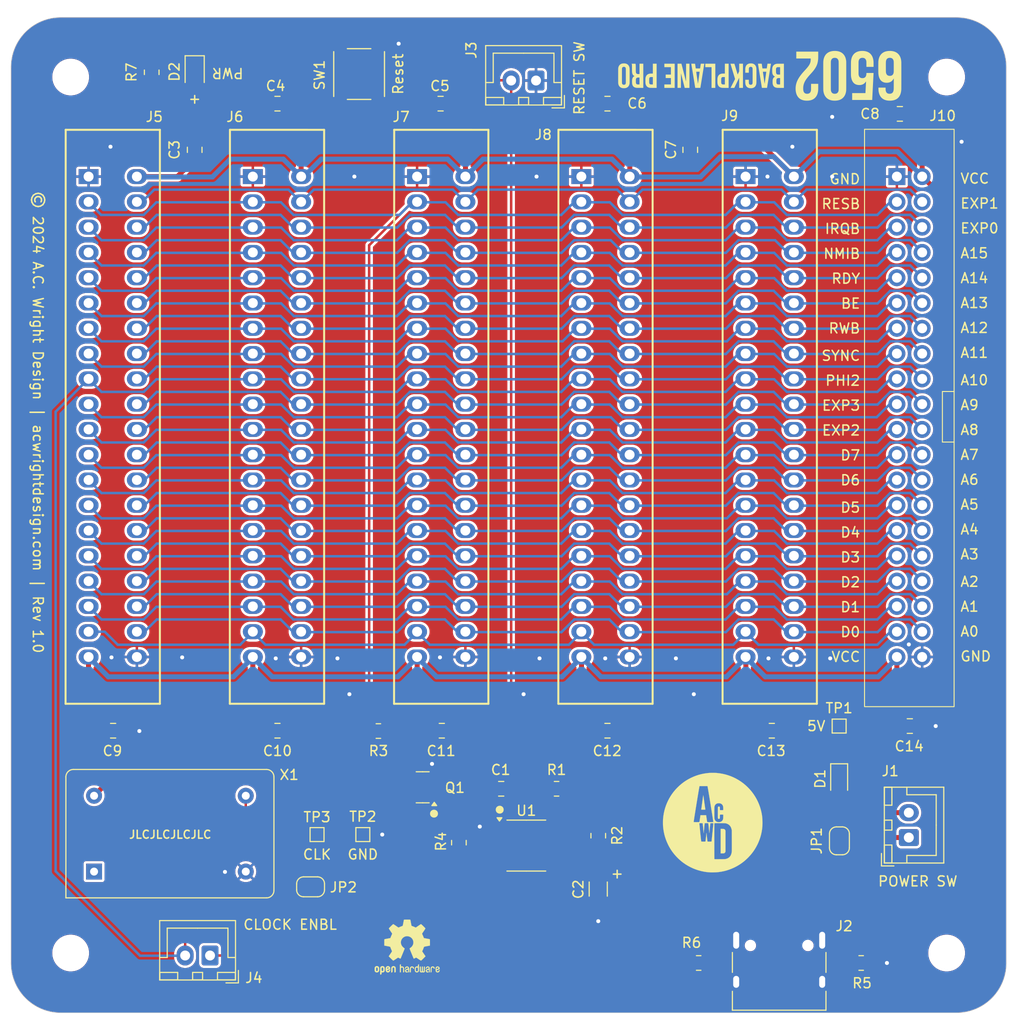
<source format=kicad_pcb>
(kicad_pcb (version 20241229) (generator "pcbnew") (generator_version "9.0")
  (title_block (title "6502 Backplane Pro") (date "2024-07-04") (rev "1.0") (company "A.C. Wright Design"))
  (layers (0 "F.Cu" signal "Top") (2 "B.Cu" signal "Bottom") (13 "F.Paste" user) (15 "B.Paste" user) (5 "F.SilkS" user "F.Silkscreen") (7 "B.SilkS" user "B.Silkscreen") (1 "F.Mask" user) (3 "B.Mask" user) (25 "Edge.Cuts" user))
  (net 0 "")
  (net 1 "GND")
  (net 2 "/A0")
  (net 3 "/D0")
  (net 4 "/A1")
  (net 5 "/D1")
  (net 6 "/A2")
  (net 7 "/D2")
  (net 8 "/A3")
  (net 9 "/D3")
  (net 10 "/A4")
  (net 11 "/D4")
  (net 12 "/A5")
  (net 13 "/D5")
  (net 14 "/A6")
  (net 15 "/D6")
  (net 16 "/A7")
  (net 17 "/D7")
  (net 18 "/A8")
  (net 19 "/A9")
  (net 20 "/A10")
  (net 21 "/A11")
  (net 22 "/A12")
  (net 23 "/A13")
  (net 24 "/SYNC")
  (net 25 "/A14")
  (net 26 "/RDY")
  (net 27 "/A15")
  (net 28 "/EXP0")
  (net 29 "/EXP1")
  (net 30 "VCC")
  (net 31 "Net-(J3-Pin_2)")
  (net 32 "Net-(J1-Pin_1)")
  (net 33 "Net-(J2-CC2)")
  (net 34 "Net-(J2-CC1)")
  (net 35 "PHI2")
  (net 36 "Net-(J4-Pin_1)")
  (net 37 "RESB")
  (net 38 "/NMIB")
  (net 39 "/BE")
  (net 40 "/IRQB")
  (net 41 "/RWB")
  (net 42 "Net-(U1-DIS)")
  (net 43 "Net-(D1-A)")
  (net 44 "Net-(D2-K)")
  (net 45 "/EXP3")
  (net 46 "/EXP2")
  (net 47 "Net-(Q1-B)")
  (net 54 "Net-(U1-Q)")
  (footprint "Capacitor_SMD:C_0805_2012Metric" (layer "F.Cu") (at 100.264 121.666 180)
    (property "Reference" "C9")
    (property "Value" "100nF" (hide yes))
  )
  (footprint "Capacitor_SMD:C_0805_2012Metric" (layer "F.Cu") (at 133.162 58.674 180)
    (property "Reference" "C5")
    (property "Value" "100nF" (hide yes))
  )
  (footprint "Capacitor_SMD:C_0805_2012Metric" (layer "F.Cu") (at 133.284 121.666 180)
    (property "Reference" "C11")
    (property "Value" "100nF" (hide yes))
  )
  (footprint "Capacitor_SMD:C_0805_2012Metric" (layer "F.Cu") (at 149.926 58.674 180)
    (property "Reference" "C6")
    (property "Value" "100nF" (hide yes))
  )
  (footprint "Capacitor_SMD:C_0805_2012Metric" (layer "F.Cu") (at 158.242 63.312 -90)
    (property "Reference" "C7")
    (property "Value" "100nF" (hide yes))
  )
  (footprint "Capacitor_SMD:C_0805_2012Metric" (layer "F.Cu") (at 166.436 121.666 180)
    (property "Reference" "C13")
    (property "Value" "100nF" (hide yes))
  )
  (footprint "Capacitor_SMD:C_0805_2012Metric" (layer "F.Cu") (at 179.3 59.7 180)
    (property "Reference" "C8")
    (property "Value" "100nF" (hide yes))
  )
  (footprint "Capacitor_SMD:C_0805_2012Metric" (layer "F.Cu") (at 180.3 121.2 180)
    (property "Reference" "C14")
    (property "Value" "100nF" (hide yes))
  )
  (footprint "LED_SMD:LED_0805_2012Metric" (layer "F.Cu") (at 108.458 55.5475 -90)
    (property "Reference" "D2")
    (property "Value" "LED" (hide yes))
  )
  (footprint "MountingHole:MountingHole_3.2mm_M3" (layer "F.Cu") (at 184 56)
    (property "Reference" "H2" (hide yes))
    (property "Value" "MountingHole" (hide yes))
  )
  (footprint "MountingHole:MountingHole_3.2mm_M3" (layer "F.Cu") (at 96 144)
    (property "Reference" "H4" (hide yes))
    (property "Value" "MountingHole" (hide yes))
  )
  (footprint "Connector_USB:USB_C_Receptacle_HRO_TYPE-C-31-M-12" (layer "F.Cu") (at 167.176 145.845)
    (property "Reference" "J2")
    (property "Value" "USB_C_Receptacle_USB2.0" (hide yes))
  )
  (footprint "Connector_JST:JST_XH_B2B-XH-A_1x02_P2.50mm_Vertical" (layer "F.Cu") (at 180.2 132.4 90)
    (property "Reference" "J1")
    (property "Value" "PWR_SW" (hide yes))
  )
  (footprint "6502 Parts:RHDR40W82P485X254_2X20_5740X93" (layer "F.Cu") (at 114.3 66 -90)
    (property "Reference" "J6")
    (property "Value" "6502 Card Connector" (hide yes))
  )
  (footprint "6502 Parts:RHDR40W82P485X254_2X20_5740X93" (layer "F.Cu") (at 130.8 66 -90)
    (property "Reference" "J7")
    (property "Value" "6502 Card Connector" (hide yes))
  )
  (footprint "6502 Parts:RHDR40W82P485X254_2X20_5740X93" (layer "F.Cu") (at 147.3 66 -90)
    (property "Reference" "J8")
    (property "Value" "6502 Card Connector" (hide yes))
  )
  (footprint "6502 Parts:RHDR40W82P485X254_2X20_5740X93" (layer "F.Cu") (at 163.8 66 -90)
    (property "Reference" "J9")
    (property "Value" "6502 Card Connector" (hide yes))
  )
  (footprint "Resistor_SMD:R_0805_2012Metric" (layer "F.Cu") (at 175.4125 145 180)
    (property "Reference" "R5")
    (property "Value" "5.1k" (hide yes))
  )
  (footprint "Resistor_SMD:R_0805_2012Metric" (layer "F.Cu") (at 104.14 55.5225 90)
    (property "Reference" "R7")
    (property "Value" "330" (hide yes))
  )
  (footprint "Jumper:SolderJumper-2_P1.3mm_Open_RoundedPad1.0x1.5mm" (layer "F.Cu") (at 173.228 132.73 90)
    (property "Reference" "JP1")
    (property "Value" "SolderJumper_2_Open" (hide yes))
  )
  (footprint "MountingHole:MountingHole_3.2mm_M3" (layer "F.Cu") (at 96 56)
    (property "Reference" "H1" (hide yes))
    (property "Value" "MountingHole" (hide yes))
  )
  (footprint "6502 Logos:6502 Backplane Pro Logo 5mm" (layer "F.Cu") (at 159.464096 55.874887 180)
    (property "Reference" "G***" (hide yes))
    (property "Value" "LOGO" (hide yes))
  )
  (footprint "Capacitor_SMD:C_0805_2012Metric" (layer "F.Cu") (at 116.774 58.674 180)
    (property "Reference" "C4")
    (property "Value" "100nF" (hide yes))
  )
  (footprint "MountingHole:MountingHole_3.2mm_M3" (layer "F.Cu") (at 184 144)
    (property "Reference" "H3" (hide yes))
    (property "Value" "MountingHole" (hide yes))
  )
  (footprint "6502 Parts:RHDR40W82P485X254_2X20_5740X93" (layer "F.Cu") (at 97.8 66 -90)
    (property "Reference" "J5")
    (property "Value" "6502 Card Connector" (hide yes))
  )
  (footprint "Capacitor_SMD:C_0805_2012Metric" (layer "F.Cu") (at 116.774 121.666 180)
    (property "Reference" "C10")
    (property "Value" "100nF" (hide yes))
  )
  (footprint "Resistor_SMD:R_0805_2012Metric" (layer "F.Cu") (at 159.0875 145)
    (property "Reference" "R6")
    (property "Value" "5.1k" (hide yes))
  )
  (footprint "Capacitor_SMD:C_0805_2012Metric" (layer "F.Cu") (at 108.458 63.312 90)
    (property "Reference" "C3")
    (property "Value" "100nF" (hide yes))
  )
  (footprint "Capacitor_SMD:C_0805_2012Metric" (layer "F.Cu") (at 149.926 121.666 180)
    (property "Reference" "C12")
    (property "Value" "100nF" (hide yes))
  )
  (footprint "A.C. Wright Logo:A.C. Wright Logo 10mm" (layer "F.Cu") (at 160.5 130.9)
    (property "Reference" "G***" (hide yes))
    (property "Value" "LOGO" (hide yes))
  )
  (footprint "Symbol:OSHW-Logo2_7.3x6mm_SilkScreen" (layer "F.Cu") (at 129.8 143.4)
    (property "Reference" "REF**" (hide yes))
    (property "Value" "OSHW-Logo2_7.3x6mm_SilkScreen" (hide yes))
  )
  (footprint "6502 Parts:6502 Bus Connector" (layer "F.Cu") (at 179 66)
    (property "Reference" "J10")
    (property "Value" "6502 Bus" (hide yes))
  )
  (footprint "Connector_JST:JST_XH_B2B-XH-A_1x02_P2.50mm_Vertical" (layer "F.Cu") (at 110 144.25 180)
    (property "Reference" "J4")
    (property "Value" "CLOCK_ENBL_SW" (hide yes))
  )
  (footprint "Resistor_SMD:R_0805_2012Metric" (layer "F.Cu") (at 144.8125 127.5)
    (property "Reference" "R1")
    (property "Value" "1M" (hide yes))
  )
  (footprint "Diode_SMD:D_SOD-323F" (layer "F.Cu") (at 173.2 126.6 -90)
    (property "Reference" "D1")
    (property "Value" "1N5819" (hide yes))
  )
  (footprint "Resistor_SMD:R_0805_2012Metric" (layer "F.Cu") (at 135 132.9125 -90)
    (property "Reference" "R4")
    (property "Value" "10k" (hide yes))
  )
  (footprint "TestPoint:TestPoint_Pad_1.0x1.0mm" (layer "F.Cu") (at 120.75 132.1)
    (property "Reference" "TP3")
    (property "Value" "CLK")
  )
  (footprint "Capacitor_SMD:C_0805_2012Metric" (layer "F.Cu") (at 139.25 127.5 180)
    (property "Reference" "C1")
    (property "Value" "100nF" (hide yes))
  )
  (footprint "TestPoint:TestPoint_Pad_1.0x1.0mm" (layer "F.Cu") (at 173.2 121.2)
    (property "Reference" "TP1")
    (property "Value" "5V")
  )
  (footprint "Capacitor_SMD:C_1206_3216Metric" (layer "F.Cu") (at 149 137.575 -90)
    (property "Reference" "C2")
    (property "Value" "10uF" (hide yes))
  )
  (footprint "Jumper:SolderJumper-2_P1.3mm_Open_RoundedPad1.0x1.5mm" (layer "F.Cu") (at 120.1 137.35 180)
    (property "Reference" "JP2")
    (property "Value" "SolderJumper_2_Open" (hide yes))
  )
  (footprint "TestPoint:TestPoint_Pad_1.0x1.0mm" (layer "F.Cu") (at 125.35 132.1)
    (property "Reference" "TP2")
    (property "Value" "GND")
  )
  (footprint "Resistor_SMD:R_0805_2012Metric" (layer "F.Cu") (at 149 132.2125 90)
    (property "Reference" "R2")
    (property "Value" "47k" (hide yes))
  )
  (footprint "Connector_JST:JST_XH_B2B-XH-A_1x02_P2.50mm_Vertical" (layer "F.Cu") (at 142.75 56.35 180)
    (property "Reference" "J3")
    (property "Value" "RESET_SW" (hide yes))
  )
  (footprint "Package_TO_SOT_SMD:SOT-23" (layer "F.Cu") (at 131.3625 127.35 180)
    (property "Reference" "Q1")
    (property "Value" "Q_NPN_BEC" (hide yes))
  )
  (footprint "6502 Parts:SW_TS-1187A-B-A-B" (layer "F.Cu") (at 124.975 55.7 90)
    (property "Reference" "SW1")
    (property "Value" "Reset" (hide yes))
  )
  (footprint "Package_SO:SOIC-8_3.9x4.9mm_P1.27mm" (layer "F.Cu") (at 141.775 133.205)
    (property "Reference" "U1")
    (property "Value" "LM555xM" (hide yes))
  )
  (footprint "Oscillator:Oscillator_DIP-14" (layer "F.Cu") (at 98.35 135.82)
    (property "Reference" "X1")
    (property "Value" "OCXO-14" (hide yes))
  )
  (footprint "Resistor_SMD:R_0805_2012Metric" (layer "F.Cu") (at 126.9125 121.7)
    (property "Reference" "R3")
    (property "Value" "1k" (hide yes))
  )
  (gr_circle (center 139.1 129.6) (end 139.3 129.6) (stroke (width 0.4)) (fill no) (layer "F.SilkS"))
  (gr_circle (center 132.5 130) (end 132.7 130) (stroke (width 0.4)) (fill no) (layer "F.SilkS"))
  (gr_line (start 90.0011 145.0036) (end 90.0011 55.0036) (stroke (width 0.05)) (layer "Edge.Cuts"))
  (gr_arc (start 95.0011 150.0036) (mid 91.465566 148.539134) (end 90.0011 145.0036) (stroke (width 0.05)) (layer "Edge.Cuts"))
  (gr_line (start 190.0011 55.0036) (end 190.0011 145.0036) (stroke (width 0.05)) (layer "Edge.Cuts"))
  (gr_arc (start 190.0011 145.0036) (mid 188.536634 148.539134) (end 185.0011 150.0036) (stroke (width 0.05)) (layer "Edge.Cuts"))
  (gr_arc (start 185.0011 50.0036) (mid 188.536634 51.468066) (end 190.0011 55.0036) (stroke (width 0.05)) (layer "Edge.Cuts"))
  (gr_line (start 95.0011 50.0036) (end 185.0011 50.0036) (stroke (width 0.05)) (layer "Edge.Cuts"))
  (gr_line (start 185.0011 150.0036) (end 95.0011 150.0036) (stroke (width 0.05)) (layer "Edge.Cuts"))
  (gr_arc (start 90.0011 55.0036) (mid 91.465566 51.468066) (end 95.0011 50.0036) (stroke (width 0.05)) (layer "Edge.Cuts"))
  (gr_text "VCC" (at 175.4 114.25 0) (layer "F.SilkS") (effects (font (size 1 1)) (justify right)))
  (gr_text "A10" (at 185.3 86.45 0) (layer "F.SilkS") (effects (font (size 1 1)) (justify left)))
  (gr_text "A2" (at 185.3 106.7 0) (layer "F.SilkS") (effects (font (size 1 1)) (justify left)))
  (gr_text "GND\n" (at 175.4 66.25 0) (layer "F.SilkS") (effects (font (size 1 1)) (justify right)))
  (gr_text "D0" (at 175.4 111.75 0) (layer "F.SilkS") (effects (font (size 1 1)) (justify right)))
  (gr_text "RWB" (at 175.4 81.25 0) (layer "F.SilkS") (effects (font (size 1 1)) (justify right)))
  (gr_text "BE" (at 175.4 78.75 0) (layer "F.SilkS") (effects (font (size 1 1)) (justify right)))
  (gr_text "RESB" (at 175.4 68.75 0) (layer "F.SilkS") (effects (font (size 1 1)) (justify right)))
  (gr_text "A3" (at 185.3 103.95 0) (layer "F.SilkS") (effects (font (size 1 1)) (justify left)))
  (gr_text "EXP2" (at 175.4 91.5 0) (layer "F.SilkS") (effects (font (size 1 1)) (justify right)))
  (gr_text "D5" (at 175.4 99.25 0) (layer "F.SilkS") (effects (font (size 1 1)) (justify right)))
  (gr_text "A13" (at 185.3 78.7 0) (layer "F.SilkS") (effects (font (size 1 1)) (justify left)))
  (gr_text "D2" (at 175.4 106.75 0) (layer "F.SilkS") (effects (font (size 1 1)) (justify right)))
  (gr_text "D3" (at 175.4 104.25 0) (layer "F.SilkS") (effects (font (size 1 1)) (justify right)))
  (gr_text "EXP0" (at 185.3 71.2 0) (layer "F.SilkS") (effects (font (size 1 1)) (justify left)))
  (gr_text "A6" (at 185.3 96.45 0) (layer "F.SilkS") (effects (font (size 1 1)) (justify left)))
  (gr_text "RESET SW" (at 147.1 56.1 90) (layer "F.SilkS") (effects (font (size 1 1))))
  (gr_text "A7" (at 185.3 93.95 0) (layer "F.SilkS") (effects (font (size 1 1)) (justify left)))
  (gr_text "A0" (at 185.3 111.7 0) (layer "F.SilkS") (effects (font (size 1 1)) (justify left)))
  (gr_text "D7" (at 175.4 94 0) (layer "F.SilkS") (effects (font (size 1 1)) (justify right)))
  (gr_text "+" (at 150.9 136 0) (layer "F.SilkS") (effects (font (size 1 1))))
  (gr_text "D6" (at 175.4 96.5 0) (layer "F.SilkS") (effects (font (size 1 1)) (justify right)))
  (gr_text "A11" (at 185.3 83.7 0) (layer "F.SilkS") (effects (font (size 1 1)) (justify left)))
  (gr_text "A12" (at 185.3 81.2 0) (layer "F.SilkS") (effects (font (size 1 1)) (justify left)))
  (gr_text "POWER SW" (at 181.1 136.8 0) (layer "F.SilkS") (effects (font (size 1 1))))
  (gr_text "SYNC" (at 175.4 84 0) (layer "F.SilkS") (effects (font (size 1 1)) (justify right)))
  (gr_text "D4" (at 175.4 101.75 0) (layer "F.SilkS") (effects (font (size 1 1)) (justify right)))
  (gr_text "Reset" (at 128.9 55.7 90) (layer "F.SilkS") (effects (font (size 1 1))))
  (gr_text "IRQB" (at 175.4 71.25 0) (layer "F.SilkS") (effects (font (size 1 1)) (justify right)))
  (gr_text "JLCJLCJLCJLC" (at 106 132.1 0) (layer "F.SilkS") (effects (font (size 0.8 0.8))))
  (gr_text "A9" (at 185.3 88.95 0) (layer "F.SilkS") (effects (font (size 1 1)) (justify left)))
  (gr_text "CLOCK ENBL" (at 118.05 141.15 0) (layer "F.SilkS") (effects (font (size 1 1))))
  (gr_text "A14" (at 185.3 76.2 0) (layer "F.SilkS") (effects (font (size 1 1)) (justify left)))
  (gr_text "EXP1" (at 185.3 68.7 0) (layer "F.SilkS") (effects (font (size 1 1)) (justify left)))
  (gr_text "GND\n" (at 185.3 114.2 0) (layer "F.SilkS") (effects (font (size 1 1)) (justify left)))
  (gr_text "+" (at 108.458 58.166 0) (layer "F.SilkS") (effects (font (size 1 1))))
  (gr_text "A1" (at 185.3 109.2 0) (layer "F.SilkS") (effects (font (size 1 1)) (justify left)))
  (gr_text "RDY" (at 175.4 76.25 0) (layer "F.SilkS") (effects (font (size 1 1)) (justify right)))
  (gr_text "A8" (at 185.3 91.45 0) (layer "F.SilkS") (effects (font (size 1 1)) (justify left)))
  (gr_text "NMIB" (at 175.4 73.75 0) (layer "F.SilkS") (effects (font (size 1 1)) (justify right)))
  (gr_text "D1" (at 175.4 109.25 0) (layer "F.SilkS") (effects (font (size 1 1)) (justify right)))
  (gr_text "EXP3" (at 175.4 89 0) (layer "F.SilkS") (effects (font (size 1 1)) (justify right)))
  (gr_text "VCC" (at 185.3 66.2 0) (layer "F.SilkS") (effects (font (size 1 1)) (justify left)))
  (gr_text "PWR" (at 110.1 55.6 180) (layer "F.SilkS") (effects (font (size 1 1)) (justify right)))
  (gr_text "A15" (at 185.3 73.7 0) (layer "F.SilkS") (effects (font (size 1 1)) (justify left)))
  (gr_text "PHI2" (at 175.4 86.5 0) (layer "F.SilkS") (effects (font (size 1 1)) (justify right)))
  (gr_text "© 2024 A.C. Wright Design | acwrightdesign.com | Rev 1.0" (at 92.71 90.678 270) (layer "F.SilkS") (effects (font (size 1 1))))
  (gr_text "A5" (at 185.3 98.95 0) (layer "F.SilkS") (effects (font (size 1 1)) (justify left)))
  (gr_text "A4" (at 185.3 101.45 0) (layer "F.SilkS") (effects (font (size 1 1)) (justify left)))
  (segment (start 170.426 141.8) (end 170.581 141.8) (width 0.25) (layer "F.Cu") (net 1))
  (via (at 141.5 118) (size 0.8) (drill 0.4) (layers "F.Cu" "B.Cu") (net 1))
  (via (at 172.3 114.4) (size 0.8) (drill 0.4) (layers "F.Cu" "B.Cu") (net 1))
  (via (at 156.8 114.4) (size 0.8) (drill 0.4) (layers "F.Cu" "B.Cu") (net 1))
  (via (at 178 145) (size 0.8) (drill 0.4) (layers "F.Cu" "B.Cu") (net 1))
  (via (at 100 63) (size 0.8) (drill 0.4) (layers "F.Cu" "B.Cu") (net 1))
  (via (at 166 66) (size 0.8) (drill 0.4) (layers "F.Cu" "B.Cu") (net 1))
  (via (at 166.1 114.4) (size 0.8) (drill 0.4) (layers "F.Cu" "B.Cu") (net 1))
  (via (at 180.2 113) (size 0.8) (drill 0.4) (layers "F.Cu" "B.Cu") (net 1))
  (via (at 158.6 118) (size 0.8) (drill 0.4) (layers "F.Cu" "B.Cu") (net 1))
  (via (at 102.9 121.7) (size 0.8) (drill 0.4) (layers "F.Cu" "B.Cu") (net 1))
  (via (at 172.5 60) (size 0.8) (drill 0.4) (layers "F.Cu" "B.Cu") (net 1))
  (via (at 133.1 114.3) (size 0.8) (drill 0.4) (layers "F.Cu" "B.Cu") (net 1))
  (via (at 149.7 114.4) (size 0.8) (drill 0.4) (layers "F.Cu" "B.Cu") (net 1))
  (via (at 185.5 62.5) (size 0.8) (drill 0.4) (layers "F.Cu" "B.Cu") (net 1))
  (via (at 143.1 114.4) (size 0.8) (drill 0.4) (layers "F.Cu" "B.Cu") (net 1))
  (via (at 128.95 52.65) (size 0.8) (drill 0.4) (layers "F.Cu" "B.Cu") (net 1))
  (via (at 100.1 114.3) (size 0.8) (drill 0.4) (layers "F.Cu" "B.Cu") (net 1))
  (via (at 168.5 63) (size 0.8) (drill 0.4) (layers "F.Cu" "B.Cu") (net 1))
  (via (at 182.9 121.2) (size 0.8) (drill 0.4) (layers "F.Cu" "B.Cu") (net 1))
  (via (at 137.1 131.3) (size 0.8) (drill 0.4) (layers "F.Cu" "B.Cu") (net 1))
  (via (at 122.8 114.4) (size 0.8) (drill 0.4) (layers "F.Cu" "B.Cu") (net 1))
  (via (at 124 118) (size 0.8) (drill 0.4) (layers "F.Cu" "B.Cu") (net 1))
  (via (at 132.3 125) (size 0.8) (drill 0.4) (layers "F.Cu" "B.Cu") (net 1))
  (via (at 107.2 114.3) (size 0.8) (drill 0.4) (layers "F.Cu" "B.Cu") (net 1))
  (via (at 127.3 132.1) (size 0.8) (drill 0.4) (layers "F.Cu" "B.Cu") (net 1))
  (via (at 111.5 135.85) (size 0.8) (drill 0.4) (layers "F.Cu" "B.Cu") (net 1))
  (via (at 124.5 66) (size 0.8) (drill 0.4) (layers "F.Cu" "B.Cu") (net 1))
  (via (at 142.8 66) (size 0.8) (drill 0.4) (layers "F.Cu" "B.Cu") (net 1))
  (via (at 172.5 66) (size 0.8) (drill 0.4) (layers "F.Cu" "B.Cu") (net 1))
  (via (at 149 140.8) (size 0.8) (drill 0.4) (layers "F.Cu" "B.Cu") (net 1))
  (via (at 116.6 114.4) (size 0.8) (drill 0.4) (layers "F.Cu" "B.Cu") (net 1))
  (segment (start 167.9065 111.76) (end 168.681 111.76) (width 0.25) (layer "B.Cu") (net 2))
  (segment (start 150.114 110.49) (end 151.384 111.76) (width 0.25) (layer "B.Cu") (net 2))
  (segment (start 118.364 111.76) (end 119.151 111.76) (width 0.25) (layer "B.Cu") (net 2))
  (segment (start 103.418 111.72) (end 104.648 110.49) (width 0.25) (layer "B.Cu") (net 2))
  (segment (start 134.874 111.76) (end 135.661 111.76) (width 0.25) (layer "B.Cu") (net 2))
  (segment (start 152.171 111.76) (end 161.823174 111.76) (width 0.25) (layer "B.Cu") (net 2))
  (segment (start 133.604 110.49) (end 134.874 111.76) (width 0.25) (layer "B.Cu") (net 2))
  (segment (start 163.093174 110.49) (end 166.6365 110.49) (width 0.25) (layer "B.Cu") (net 2))
  (segment (start 177.063174 111.76) (end 178.333174 110.49) (width 0.25) (layer "B.Cu") (net 2))
  (segment (start 130.073174 110.49) (end 133.604 110.49) (width 0.25) (layer "B.Cu") (net 2))
  (segment (start 145.313174 111.76) (end 146.583174 110.49) (width 0.25) (layer "B.Cu") (net 2))
  (segment (start 180.34 110.49) (end 181.61 111.76) (width 0.25) (layer "B.Cu") (net 2))
  (segment (start 146.583174 110.49) (end 150.114 110.49) (width 0.25) (layer "B.Cu") (net 2))
  (segment (start 135.661 111.76) (end 145.313174 111.76) (width 0.25) (layer "B.Cu") (net 2))
  (segment (start 168.681 111.76) (end 177.063174 111.76) (width 0.25) (layer "B.Cu") (net 2))
  (segment (start 151.384 111.76) (end 152.171 111.76) (width 0.25) (layer "B.Cu") (net 2))
  (segment (start 102.641 111.72) (end 103.418 111.72) (width 0.25) (layer "B.Cu") (net 2))
  (segment (start 161.823174 111.76) (end 163.093174 110.49) (width 0.25) (layer "B.Cu") (net 2))
  (segment (start 117.094 110.49) (end 118.364 111.76) (width 0.25) (layer "B.Cu") (net 2))
  (segment (start 119.151 111.76) (end 128.803174 111.76) (width 0.25) (layer "B.Cu") (net 2))
  (segment (start 104.648 110.49) (end 117.094 110.49) (width 0.25) (layer "B.Cu") (net 2))
  (segment (start 128.803174 111.76) (end 130.073174 110.49) (width 0.25) (layer "B.Cu") (net 2))
  (segment (start 178.333174 110.49) (end 180.34 110.49) (width 0.25) (layer "B.Cu") (net 2))
  (segment (start 166.6365 110.49) (end 167.9065 111.76) (width 0.25) (layer "B.Cu") (net 2))
  (segment (start 148.59 113.03) (end 162.56 113.03) (width 0.25) (layer "B.Cu") (net 3))
  (segment (start 177.038 113.03) (end 178.308 111.76) (width 0.25) (layer "B.Cu") (net 3))
  (segment (start 132.08 113.03) (end 146.05 113.03) (width 0.25) (layer "B.Cu") (net 3))
  (segment (start 178.308 111.76) (end 179.07 111.76) (width 0.25) (layer "B.Cu") (net 3))
  (segment (start 165.1 113.03) (end 177.038 113.03) (width 0.25) (layer "B.Cu") (net 3))
  (segment (start 100.73 113.03) (end 113.03 113.03) (width 0.25) (layer "B.Cu") (net 3))
  (segment (start 162.56 113.03) (end 163.83 111.76) (width 0.25) (layer "B.Cu") (net 3))
  (segment (start 146.05 113.03) (end 147.32 111.76) (width 0.25) (layer "B.Cu") (net 3))
  (segment (start 163.83 111.76) (end 165.1 113.03) (width 0.25) (layer "B.Cu") (net 3))
  (segment (start 99.42 111.72) (end 100.73 113.03) (width 0.25) (layer "B.Cu") (net 3))
  (segment (start 114.3 111.76) (end 115.57 113.03) (width 0.25) (layer "B.Cu") (net 3))
  (segment (start 147.32 111.76) (end 148.59 113.03) (width 0.25) (layer "B.Cu") (net 3))
  (segment (start 97.79 111.72) (end 99.42 111.72) (width 0.25) (layer "B.Cu") (net 3))
  (segment (start 113.03 113.03) (end 114.3 111.76) (width 0.25) (layer "B.Cu") (net 3))
  (segment (start 129.54 113.03) (end 130.81 111.76) (width 0.25) (layer "B.Cu") (net 3))
  (segment (start 115.57 113.03) (end 129.54 113.03) (width 0.25) (layer "B.Cu") (net 3))
  (segment (start 130.81 111.76) (end 132.08 113.03) (width 0.25) (layer "B.Cu") (net 3))
  (segment (start 103.418 109.18) (end 104.648 107.95) (width 0.25) (layer "B.Cu") (net 4))
  (segment (start 128.803174 109.22) (end 130.073174 107.95) (width 0.25) (layer "B.Cu") (net 4))
  (segment (start 163.093174 107.95) (end 166.624 107.95) (width 0.25) (layer "B.Cu") (net 4))
  (segment (start 130.073174 107.95) (end 133.604 107.95) (width 0.25) (layer "B.Cu") (net 4))
  (segment (start 119.151 109.22) (end 128.803174 109.22) (width 0.25) (layer "B.Cu") (net 4))
  (segment (start 161.823174 109.22) (end 163.093174 107.95) (width 0.25) (layer "B.Cu") (net 4))
  (segment (start 102.641 109.18) (end 103.418 109.18) (width 0.25) (layer "B.Cu") (net 4))
  (segment (start 177.063174 109.22) (end 178.333174 107.95) (width 0.25) (layer "B.Cu") (net 4))
  (segment (start 145.313174 109.22) (end 146.583174 107.95) (width 0.25) (layer "B.Cu") (net 4))
  (segment (start 168.681 109.22) (end 177.063174 109.22) (width 0.25) (layer "B.Cu") (net 4))
  (segment (start 118.364 109.22) (end 119.151 109.22) (width 0.25) (layer "B.Cu") (net 4))
  (segment (start 178.333174 107.95) (end 180.34 107.95) (width 0.25) (layer "B.Cu") (net 4))
  (segment (start 134.874 109.22) (end 135.661 109.22) (width 0.25) (layer "B.Cu") (net 4))
  (segment (start 135.661 109.22) (end 145.313174 109.22) (width 0.25) (layer "B.Cu") (net 4))
  (segment (start 146.583174 107.95) (end 150.114 107.95) (width 0.25) (layer "B.Cu") (net 4))
  (segment (start 180.34 107.95) (end 181.61 109.22) (width 0.25) (layer "B.Cu") (net 4))
  (segment (start 117.094 107.95) (end 118.364 109.22) (width 0.25) (layer "B.Cu") (net 4))
  (segment (start 167.894 109.22) (end 168.681 109.22) (width 0.25) (layer "B.Cu") (net 4))
  (segment (start 151.384 109.22) (end 152.171 109.22) (width 0.25) (layer "B.Cu") (net 4))
  (segment (start 152.171 109.22) (end 161.823174 109.22) (width 0.25) (layer "B.Cu") (net 4))
  (segment (start 166.624 107.95) (end 167.894 109.22) (width 0.25) (layer "B.Cu") (net 4))
  (segment (start 150.114 107.95) (end 151.384 109.22) (width 0.25) (layer "B.Cu") (net 4))
  (segment (start 104.648 107.95) (end 117.094 107.95) (width 0.25) (layer "B.Cu") (net 4))
  (segment (start 133.604 107.95) (end 134.874 109.22) (width 0.25) (layer "B.Cu") (net 4))
  (segment (start 133.654174 109.22) (end 134.924174 110.49) (width 0.25) (layer "B.Cu") (net 5))
  (segment (start 99.1 110.49) (end 103.337826 110.49) (width 0.25) (layer "B.Cu") (net 5))
  (segment (start 178.308 109.22) (end 179.07 109.22) (width 0.25) (layer "B.Cu") (net 5))
  (segment (start 147.32 109.22) (end 150.164174 109.22) (width 0.25) (layer "B.Cu") (net 5))
  (segment (start 150.164174 109.22) (end 151.434174 110.49) (width 0.25) (layer "B.Cu") (net 5))
  (segment (start 104.607826 109.22) (end 114.3 109.22) (width 0.25) (layer "B.Cu") (net 5))
  (segment (start 163.83 109.22) (end 166.674174 109.22) (width 0.25) (layer "B.Cu") (net 5))
  (segment (start 114.3 109.22) (end 117.094 109.22) (width 0.25) (layer "B.Cu") (net 5))
  (segment (start 166.674174 109.22) (end 167.944174 110.49) (width 0.25) (layer "B.Cu") (net 5))
  (segment (start 134.924174 110.49) (end 145.288 110.49) (width 0.25) (layer "B.Cu") (net 5))
  (segment (start 161.798 110.49) (end 163.068 109.22) (width 0.25) (layer "B.Cu") (net 5))
  (segment (start 128.778 110.49) (end 130.048 109.22) (width 0.25) (layer "B.Cu") (net 5))
  (segment (start 117.094 109.22) (end 118.364 110.49) (width 0.25) (layer "B.Cu") (net 5))
  (segment (start 130.81 109.22) (end 133.654174 109.22) (width 0.25) (layer "B.Cu") (net 5))
  (segment (start 118.364 110.49) (end 128.778 110.49) (width 0.25) (layer "B.Cu") (net 5))
  (segment (start 151.434174 110.49) (end 161.798 110.49) (width 0.25) (layer "B.Cu") (net 5))
  (segment (start 146.558 109.22) (end 147.32 109.22) (width 0.25) (layer "B.Cu") (net 5))
  (segment (start 177.038 110.49) (end 178.308 109.22) (width 0.25) (layer "B.Cu") (net 5))
  (segment (start 167.944174 110.49) (end 177.038 110.49) (width 0.25) (layer "B.Cu") (net 5))
  (segment (start 103.337826 110.49) (end 104.607826 109.22) (width 0.25) (layer "B.Cu") (net 5))
  (segment (start 163.068 109.22) (end 163.83 109.22) (width 0.25) (layer "B.Cu") (net 5))
  (segment (start 145.288 110.49) (end 146.558 109.22) (width 0.25) (layer "B.Cu") (net 5))
  (segment (start 130.048 109.22) (end 130.81 109.22) (width 0.25) (layer "B.Cu") (net 5))
  (segment (start 97.79 109.18) (end 99.1 110.49) (width 0.25) (layer "B.Cu") (net 5))
  (segment (start 102.641 106.64) (end 103.418 106.64) (width 0.25) (layer "B.Cu") (net 6))
  (segment (start 163.093174 105.41) (end 166.6365 105.41) (width 0.25) (layer "B.Cu") (net 6))
  (segment (start 103.418 106.64) (end 104.648 105.41) (width 0.25) (layer "B.Cu") (net 6))
  (segment (start 130.073174 105.41) (end 133.604 105.41) (width 0.25) (layer "B.Cu") (net 6))
  (segment (start 145.313174 106.68) (end 146.583174 105.41) (width 0.25) (layer "B.Cu") (net 6))
  (segment (start 134.874 106.68) (end 135.661 106.68) (width 0.25) (layer "B.Cu") (net 6))
  (segment (start 150.114 105.41) (end 151.384 106.68) (width 0.25) (layer "B.Cu") (net 6))
  (segment (start 118.364 106.68) (end 119.151 106.68) (width 0.25) (layer "B.Cu") (net 6))
  (segment (start 119.151 106.68) (end 128.803174 106.68) (width 0.25) (layer "B.Cu") (net 6))
  (segment (start 180.34 105.41) (end 181.61 106.68) (width 0.25) (layer "B.Cu") (net 6))
  (segment (start 104.648 105.41) (end 117.094 105.41) (width 0.25) (layer "B.Cu") (net 6))
  (segment (start 168.681 106.68) (end 177.063174 106.68) (width 0.25) (layer "B.Cu") (net 6))
  (segment (start 178.333174 105.41) (end 180.34 105.41) (width 0.25) (layer "B.Cu") (net 6))
  (segment (start 161.823174 106.68) (end 163.093174 105.41) (width 0.25) (layer "B.Cu") (net 6))
  (segment (start 167.9065 106.68) (end 168.681 106.68) (width 0.25) (layer "B.Cu") (net 6))
  (segment (start 166.6365 105.41) (end 167.9065 106.68) (width 0.25) (layer "B.Cu") (net 6))
  (segment (start 117.094 105.41) (end 118.364 106.68) (width 0.25) (layer "B.Cu") (net 6))
  (segment (start 146.583174 105.41) (end 150.114 105.41) (width 0.25) (layer "B.Cu") (net 6))
  (segment (start 151.384 106.68) (end 152.171 106.68) (width 0.25) (layer "B.Cu") (net 6))
  (segment (start 152.171 106.68) (end 161.823174 106.68) (width 0.25) (layer "B.Cu") (net 6))
  (segment (start 177.063174 106.68) (end 178.333174 105.41) (width 0.25) (layer "B.Cu") (net 6))
  (segment (start 135.661 106.68) (end 145.313174 106.68) (width 0.25) (layer "B.Cu") (net 6))
  (segment (start 128.803174 106.68) (end 130.073174 105.41) (width 0.25) (layer "B.Cu") (net 6))
  (segment (start 133.604 105.41) (end 134.874 106.68) (width 0.25) (layer "B.Cu") (net 6))
  (segment (start 163.195 106.68) (end 163.83 106.68) (width 0.25) (layer "B.Cu") (net 7))
  (segment (start 114.3 106.68) (end 117.144174 106.68) (width 0.25) (layer "B.Cu") (net 7))
  (segment (start 163.83 106.68) (end 166.674174 106.68) (width 0.25) (layer "B.Cu") (net 7))
  (segment (start 166.674174 106.68) (end 167.944174 107.95) (width 0.25) (layer "B.Cu") (net 7))
  (segment (start 177.038 107.95) (end 178.308 106.68) (width 0.25) (layer "B.Cu") (net 7))
  (segment (start 134.924174 107.95) (end 145.288 107.95) (width 0.25) (layer "B.Cu") (net 7))
  (segment (start 117.144174 106.68) (end 118.414174 107.95) (width 0.25) (layer "B.Cu") (net 7))
  (segment (start 97.79 106.64) (end 99.1 107.95) (width 0.25) (layer "B.Cu") (net 7))
  (segment (start 146.558 106.68) (end 147.32 106.68) (width 0.25) (layer "B.Cu") (net 7))
  (segment (start 147.32 106.68) (end 150.164174 106.68) (width 0.25) (layer "B.Cu") (net 7))
  (segment (start 145.288 107.95) (end 146.558 106.68) (width 0.25) (layer "B.Cu") (net 7))
  (segment (start 178.308 106.68) (end 179.07 106.68) (width 0.25) (layer "B.Cu") (net 7))
  (segment (start 103.352826 107.95) (end 104.622826 106.68) (width 0.25) (layer "B.Cu") (net 7))
  (segment (start 130.048 106.68) (end 130.81 106.68) (width 0.25) (layer "B.Cu") (net 7))
  (segment (start 128.778 107.95) (end 130.048 106.68) (width 0.25) (layer "B.Cu") (net 7))
  (segment (start 130.81 106.68) (end 133.654174 106.68) (width 0.25) (layer "B.Cu") (net 7))
  (segment (start 104.622826 106.68) (end 114.3 106.68) (width 0.25) (layer "B.Cu") (net 7))
  (segment (start 118.414174 107.95) (end 128.778 107.95) (width 0.25) (layer "B.Cu") (net 7))
  (segment (start 150.164174 106.68) (end 151.434174 107.95) (width 0.25) (layer "B.Cu") (net 7))
  (segment (start 133.654174 106.68) (end 134.924174 107.95) (width 0.25) (layer "B.Cu") (net 7))
  (segment (start 161.925 107.95) (end 163.195 106.68) (width 0.25) (layer "B.Cu") (net 7))
  (segment (start 151.434174 107.95) (end 161.925 107.95) (width 0.25) (layer "B.Cu") (net 7))
  (segment (start 99.1 107.95) (end 103.352826 107.95) (width 0.25) (layer "B.Cu") (net 7))
  (segment (start 167.944174 107.95) (end 177.038 107.95) (width 0.25) (layer "B.Cu") (net 7))
  (segment (start 118.364 104.14) (end 119.151 104.14) (width 0.25) (layer "B.Cu") (net 8))
  (segment (start 133.604 102.87) (end 134.874 104.14) (width 0.25) (layer "B.Cu") (net 8))
  (segment (start 168.0335 104.14) (end 168.681 104.14) (width 0.25) (layer "B.Cu") (net 8))
  (segment (start 161.823174 104.14) (end 163.093174 102.87) (width 0.25) (layer "B.Cu") (net 8))
  (segment (start 134.874 104.14) (end 135.661 104.14) (width 0.25) (layer "B.Cu") (net 8))
  (segment (start 145.313174 104.14) (end 146.583174 102.87) (width 0.25) (layer "B.Cu") (net 8))
  (segment (start 103.418 104.1) (end 104.648 102.87) (width 0.25) (layer "B.Cu") (net 8))
  (segment (start 163.093174 102.87) (end 166.7635 102.87) (width 0.25) (layer "B.Cu") (net 8))
  (segment (start 119.151 104.14) (end 128.803174 104.14) (width 0.25) (layer "B.Cu") (net 8))
  (segment (start 102.641 104.1) (end 103.418 104.1) (width 0.25) (layer "B.Cu") (net 8))
  (segment (start 168.681 104.14) (end 177.063174 104.14) (width 0.25) (layer "B.Cu") (net 8))
  (segment (start 117.094 102.87) (end 118.364 104.14) (width 0.25) (layer "B.Cu") (net 8))
  (segment (start 180.34 102.87) (end 181.61 104.14) (width 0.25) (layer "B.Cu") (net 8))
  (segment (start 178.333174 102.87) (end 180.34 102.87) (width 0.25) (layer "B.Cu") (net 8))
  (segment (start 177.063174 104.14) (end 178.333174 102.87) (width 0.25) (layer "B.Cu") (net 8))
  (segment (start 152.171 104.14) (end 161.823174 104.14) (width 0.25) (layer "B.Cu") (net 8))
  (segment (start 135.661 104.14) (end 145.313174 104.14) (width 0.25) (layer "B.Cu") (net 8))
  (segment (start 130.073174 102.87) (end 133.604 102.87) (width 0.25) (layer "B.Cu") (net 8))
  (segment (start 146.583174 102.87) (end 150.114 102.87) (width 0.25) (layer "B.Cu") (net 8))
  (segment (start 128.803174 104.14) (end 130.073174 102.87) (width 0.25) (layer "B.Cu") (net 8))
  (segment (start 150.114 102.87) (end 151.384 104.14) (width 0.25) (layer "B.Cu") (net 8))
  (segment (start 104.648 102.87) (end 117.094 102.87) (width 0.25) (layer "B.Cu") (net 8))
  (segment (start 151.384 104.14) (end 152.171 104.14) (width 0.25) (layer "B.Cu") (net 8))
  (segment (start 166.7635 102.87) (end 168.0335 104.14) (width 0.25) (layer "B.Cu") (net 8))
  (segment (start 161.798 105.41) (end 163.068 104.14) (width 0.25) (layer "B.Cu") (net 9))
  (segment (start 163.83 104.14) (end 166.674174 104.14) (width 0.25) (layer "B.Cu") (net 9))
  (segment (start 104.607826 104.14) (end 114.3 104.14) (width 0.25) (layer "B.Cu") (net 9))
  (segment (start 117.144174 104.14) (end 118.414174 105.41) (width 0.25) (layer "B.Cu") (net 9))
  (segment (start 151.434174 105.41) (end 161.798 105.41) (width 0.25) (layer "B.Cu") (net 9))
  (segment (start 167.944174 105.41) (end 177.038 105.41) (width 0.25) (layer "B.Cu") (net 9))
  (segment (start 97.79 104.1) (end 99.1 105.41) (width 0.25) (layer "B.Cu") (net 9))
  (segment (start 146.558 104.14) (end 147.32 104.14) (width 0.25) (layer "B.Cu") (net 9))
  (segment (start 178.308 104.14) (end 179.07 104.14) (width 0.25) (layer "B.Cu") (net 9))
  (segment (start 150.164174 104.14) (end 151.434174 105.41) (width 0.25) (layer "B.Cu") (net 9))
  (segment (start 147.32 104.14) (end 150.164174 104.14) (width 0.25) (layer "B.Cu") (net 9))
  (segment (start 133.654174 104.14) (end 134.924174 105.41) (width 0.25) (layer "B.Cu") (net 9))
  (segment (start 163.068 104.14) (end 163.83 104.14) (width 0.25) (layer "B.Cu") (net 9))
  (segment (start 103.337826 105.41) (end 104.607826 104.14) (width 0.25) (layer "B.Cu") (net 9))
  (segment (start 166.674174 104.14) (end 167.944174 105.41) (width 0.25) (layer "B.Cu") (net 9))
  (segment (start 128.778 105.41) (end 130.048 104.14) (width 0.25) (layer "B.Cu") (net 9))
  (segment (start 145.288 105.41) (end 146.558 104.14) (width 0.25) (layer "B.Cu") (net 9))
  (segment (start 130.81 104.14) (end 133.654174 104.14) (width 0.25) (layer "B.Cu") (net 9))
  (segment (start 114.3 104.14) (end 117.144174 104.14) (width 0.25) (layer "B.Cu") (net 9))
  (segment (start 118.414174 105.41) (end 128.778 105.41) (width 0.25) (layer "B.Cu") (net 9))
  (segment (start 134.924174 105.41) (end 145.288 105.41) (width 0.25) (layer "B.Cu") (net 9))
  (segment (start 99.1 105.41) (end 103.337826 105.41) (width 0.25) (layer "B.Cu") (net 9))
  (segment (start 177.038 105.41) (end 178.308 104.14) (width 0.25) (layer "B.Cu") (net 9))
  (segment (start 130.048 104.14) (end 130.81 104.14) (width 0.25) (layer "B.Cu") (net 9))
  (segment (start 104.648 100.33) (end 117.094 100.33) (width 0.25) (layer "B.Cu") (net 10))
  (segment (start 151.3965 101.6) (end 152.171 101.6) (width 0.25) (layer "B.Cu") (net 10))
  (segment (start 177.063174 101.6) (end 178.333174 100.33) (width 0.25) (layer "B.Cu") (net 10))
  (segment (start 145.313174 101.6) (end 146.583174 100.33) (width 0.25) (layer "B.Cu") (net 10))
  (segment (start 130.073174 100.33) (end 133.604 100.33) (width 0.25) (layer "B.Cu") (net 10))
  (segment (start 161.823174 101.6) (end 163.093174 100.33) (width 0.25) (layer "B.Cu") (net 10))
  (segment (start 118.364 101.6) (end 119.151 101.6) (width 0.25) (layer "B.Cu") (net 10))
  (segment (start 150.1265 100.33) (end 151.3965 101.6) (width 0.25) (layer "B.Cu") (net 10))
  (segment (start 119.151 101.6) (end 128.803174 101.6) (width 0.25) (layer "B.Cu") (net 10))
  (segment (start 152.171 101.6) (end 161.823174 101.6) (width 0.25) (layer "B.Cu") (net 10))
  (segment (start 128.803174 101.6) (end 130.073174 100.33) (width 0.25) (layer "B.Cu") (net 10))
  (segment (start 135.661 101.6) (end 145.313174 101.6) (width 0.25) (layer "B.Cu") (net 10))
  (segment (start 168.681 101.6) (end 177.063174 101.6) (width 0.25) (layer "B.Cu") (net 10))
  (segment (start 163.093174 100.33) (end 166.624 100.33) (width 0.25) (layer "B.Cu") (net 10))
  (segment (start 134.874 101.6) (end 135.661 101.6) (width 0.25) (layer "B.Cu") (net 10))
  (segment (start 166.624 100.33) (end 167.894 101.6) (width 0.25) (layer "B.Cu") (net 10))
  (segment (start 103.418 101.56) (end 104.648 100.33) (width 0.25) (layer "B.Cu") (net 10))
  (segment (start 178.333174 100.33) (end 180.34 100.33) (width 0.25) (layer "B.Cu") (net 10))
  (segment (start 180.34 100.33) (end 181.61 101.6) (width 0.25) (layer "B.Cu") (net 10))
  (segment (start 133.604 100.33) (end 134.874 101.6) (width 0.25) (layer "B.Cu") (net 10))
  (segment (start 167.894 101.6) (end 168.681 101.6) (width 0.25) (layer "B.Cu") (net 10))
  (segment (start 117.094 100.33) (end 118.364 101.6) (width 0.25) (layer "B.Cu") (net 10))
  (segment (start 146.583174 100.33) (end 150.1265 100.33) (width 0.25) (layer "B.Cu") (net 10))
  (segment (start 102.641 101.56) (end 103.418 101.56) (width 0.25) (layer "B.Cu") (net 10))
  (segment (start 146.558 101.6) (end 147.32 101.6) (width 0.25) (layer "B.Cu") (net 11))
  (segment (start 133.654174 101.6) (end 134.924174 102.87) (width 0.25) (layer "B.Cu") (net 11))
  (segment (start 128.778 102.87) (end 130.048 101.6) (width 0.25) (layer "B.Cu") (net 11))
  (segment (start 97.79 101.56) (end 99.1 102.87) (width 0.25) (layer "B.Cu") (net 11))
  (segment (start 167.944174 102.87) (end 177.038 102.87) (width 0.25) (layer "B.Cu") (net 11))
  (segment (start 130.048 101.6) (end 130.81 101.6) (width 0.25) (layer "B.Cu") (net 11))
  (segment (start 147.32 101.6) (end 150.164174 101.6) (width 0.25) (layer "B.Cu") (net 11))
  (segment (start 118.414174 102.87) (end 128.778 102.87) (width 0.25) (layer "B.Cu") (net 11))
  (segment (start 130.81 101.6) (end 133.654174 101.6) (width 0.25) (layer "B.Cu") (net 11))
  (segment (start 150.164174 101.6) (end 151.434174 102.87) (width 0.25) (layer "B.Cu") (net 11))
  (segment (start 104.607826 101.6) (end 114.3 101.6) (width 0.25) (layer "B.Cu") (net 11))
  (segment (start 151.434174 102.87) (end 161.798 102.87) (width 0.25) (layer "B.Cu") (net 11))
  (segment (start 166.674174 101.6) (end 167.944174 102.87) (width 0.25) (layer "B.Cu") (net 11))
  (segment (start 114.3 101.6) (end 117.144174 101.6) (width 0.25) (layer "B.Cu") (net 11))
  (segment (start 178.308 101.6) (end 179.07 101.6) (width 0.25) (layer "B.Cu") (net 11))
  (segment (start 99.1 102.87) (end 103.337826 102.87) (width 0.25) (layer "B.Cu") (net 11))
  (segment (start 177.038 102.87) (end 178.308 101.6) (width 0.25) (layer "B.Cu") (net 11))
  (segment (start 163.83 101.6) (end 166.674174 101.6) (width 0.25) (layer "B.Cu") (net 11))
  (segment (start 163.068 101.6) (end 163.83 101.6) (width 0.25) (layer "B.Cu") (net 11))
  (segment (start 103.337826 102.87) (end 104.607826 101.6) (width 0.25) (layer "B.Cu") (net 11))
  (segment (start 145.288 102.87) (end 146.558 101.6) (width 0.25) (layer "B.Cu") (net 11))
  (segment (start 161.798 102.87) (end 163.068 101.6) (width 0.25) (layer "B.Cu") (net 11))
  (segment (start 117.144174 101.6) (end 118.414174 102.87) (width 0.25) (layer "B.Cu") (net 11))
  (segment (start 134.924174 102.87) (end 145.288 102.87) (width 0.25) (layer "B.Cu") (net 11))
  (segment (start 167.894 99.06) (end 168.681 99.06) (width 0.25) (layer "B.Cu") (net 12))
  (segment (start 117.094 97.79) (end 118.364 99.06) (width 0.25) (layer "B.Cu") (net 12))
  (segment (start 152.171 99.06) (end 161.823174 99.06) (width 0.25) (layer "B.Cu") (net 12))
  (segment (start 119.151 99.06) (end 128.803174 99.06) (width 0.25) (layer "B.Cu") (net 12))
  (segment (start 145.313174 99.06) (end 146.583174 97.79) (width 0.25) (layer "B.Cu") (net 12))
  (segment (start 146.583174 97.79) (end 150.114 97.79) (width 0.25) (layer "B.Cu") (net 12))
  (segment (start 134.874 99.06) (end 135.661 99.06) (width 0.25) (layer "B.Cu") (net 12))
  (segment (start 118.364 99.06) (end 119.151 99.06) (width 0.25) (layer "B.Cu") (net 12))
  (segment (start 135.661 99.06) (end 145.313174 99.06) (width 0.25) (layer "B.Cu") (net 12))
  (segment (start 177.063174 99.06) (end 178.333174 97.79) (width 0.25) (layer "B.Cu") (net 12))
  (segment (start 180.34 97.79) (end 181.61 99.06) (width 0.25) (layer "B.Cu") (net 12))
  (segment (start 102.641 99.02) (end 103.418 99.02) (width 0.25) (layer "B.Cu") (net 12))
  (segment (start 150.114 97.79) (end 151.384 99.06) (width 0.25) (layer "B.Cu") (net 12))
  (segment (start 128.803174 99.06) (end 130.073174 97.79) (width 0.25) (layer "B.Cu") (net 12))
  (segment (start 163.093174 97.79) (end 166.624 97.79) (width 0.25) (layer "B.Cu") (net 12))
  (segment (start 103.418 99.02) (end 104.648 97.79) (width 0.25) (layer "B.Cu") (net 12))
  (segment (start 178.333174 97.79) (end 180.34 97.79) (width 0.25) (layer "B.Cu") (net 12))
  (segment (start 104.648 97.79) (end 117.094 97.79) (width 0.25) (layer "B.Cu") (net 12))
  (segment (start 166.624 97.79) (end 167.894 99.06) (width 0.25) (layer "B.Cu") (net 12))
  (segment (start 168.681 99.06) (end 177.063174 99.06) (width 0.25) (layer "B.Cu") (net 12))
  (segment (start 130.073174 97.79) (end 133.604 97.79) (width 0.25) (layer "B.Cu") (net 12))
  (segment (start 133.604 97.79) (end 134.874 99.06) (width 0.25) (layer "B.Cu") (net 12))
  (segment (start 161.823174 99.06) (end 163.093174 97.79) (width 0.25) (layer "B.Cu") (net 12))
  (segment (start 151.384 99.06) (end 152.171 99.06) (width 0.25) (layer "B.Cu") (net 12))
  (segment (start 134.924174 100.33) (end 145.288 100.33) (width 0.25) (layer "B.Cu") (net 13))
  (segment (start 130.048 99.06) (end 130.81 99.06) (width 0.25) (layer "B.Cu") (net 13))
  (segment (start 146.558 99.06) (end 147.32 99.06) (width 0.25) (layer "B.Cu") (net 13))
  (segment (start 130.81 99.06) (end 133.654174 99.06) (width 0.25) (layer "B.Cu") (net 13))
  (segment (start 117.144174 99.06) (end 118.414174 100.33) (width 0.25) (layer "B.Cu") (net 13))
  (segment (start 97.79 99.02) (end 99.1 100.33) (width 0.25) (layer "B.Cu") (net 13))
  (segment (start 128.778 100.33) (end 130.048 99.06) (width 0.25) (layer "B.Cu") (net 13))
  (segment (start 150.164174 99.06) (end 151.434174 100.33) (width 0.25) (layer "B.Cu") (net 13))
  (segment (start 145.288 100.33) (end 146.558 99.06) (width 0.25) (layer "B.Cu") (net 13))
  (segment (start 163.195 99.06) (end 163.83 99.06) (width 0.25) (layer "B.Cu") (net 13))
  (segment (start 151.434174 100.33) (end 161.925 100.33) (width 0.25) (layer "B.Cu") (net 13))
  (segment (start 147.32 99.06) (end 150.164174 99.06) (width 0.25) (layer "B.Cu") (net 13))
  (segment (start 163.83 99.06) (end 166.674174 99.06) (width 0.25) (layer "B.Cu") (net 13))
  (segment (start 99.1 100.33) (end 103.337826 100.33) (width 0.25) (layer "B.Cu") (net 13))
  (segment (start 114.3 99.06) (end 117.144174 99.06) (width 0.25) (layer "B.Cu") (net 13))
  (segment (start 161.925 100.33) (end 163.195 99.06) (width 0.25) (layer "B.Cu") (net 13))
  (segment (start 104.607826 99.06) (end 114.3 99.06) (width 0.25) (layer "B.Cu") (net 13))
  (segment (start 177.038 100.33) (end 178.308 99.06) (width 0.25) (layer "B.Cu") (net 13))
  (segment (start 167.944174 100.33) (end 177.038 100.33) (width 0.25) (layer "B.Cu") (net 13))
  (segment (start 103.337826 100.33) (end 104.607826 99.06) (width 0.25) (layer "B.Cu") (net 13))
  (segment (start 166.674174 99.06) (end 167.944174 100.33) (width 0.25) (layer "B.Cu") (net 13))
  (segment (start 118.414174 100.33) (end 128.778 100.33) (width 0.25) (layer "B.Cu") (net 13))
  (segment (start 133.654174 99.06) (end 134.924174 100.33) (width 0.25) (layer "B.Cu") (net 13))
  (segment (start 178.308 99.06) (end 179.07 99.06) (width 0.25) (layer "B.Cu") (net 13))
  (segment (start 180.34 95.25) (end 181.61 96.52) (width 0.25) (layer "B.Cu") (net 14))
  (segment (start 167.894 96.52) (end 168.681 96.52) (width 0.25) (layer "B.Cu") (net 14))
  (segment (start 168.681 96.52) (end 177.063174 96.52) (width 0.25) (layer "B.Cu") (net 14))
  (segment (start 118.364 96.52) (end 119.151 96.52) (width 0.25) (layer "B.Cu") (net 14))
  (segment (start 103.418 96.48) (end 104.648 95.25) (width 0.25) (layer "B.Cu") (net 14))
  (segment (start 119.151 96.52) (end 128.803174 96.52) (width 0.25) (layer "B.Cu") (net 14))
  (segment (start 128.803174 96.52) (end 130.073174 95.25) (width 0.25) (layer "B.Cu") (net 14))
  (segment (start 130.073174 95.25) (end 133.604 95.25) (width 0.25) (layer "B.Cu") (net 14))
  (segment (start 177.063174 96.52) (end 178.333174 95.25) (width 0.25) (layer "B.Cu") (net 14))
  (segment (start 102.641 96.48) (end 103.418 96.48) (width 0.25) (layer "B.Cu") (net 14))
  (segment (start 152.171 96.52) (end 161.823174 96.52) (width 0.25) (layer "B.Cu") (net 14))
  (segment (start 134.874 96.52) (end 135.661 96.52) (width 0.25) (layer "B.Cu") (net 14))
  (segment (start 166.624 95.25) (end 167.894 96.52) (width 0.25) (layer "B.Cu") (net 14))
  (segment (start 117.094 95.25) (end 118.364 96.52) (width 0.25) (layer "B.Cu") (net 14))
  (segment (start 135.661 96.52) (end 145.313174 96.52) (width 0.25) (layer "B.Cu") (net 14))
  (segment (start 104.648 95.25) (end 117.094 95.25) (width 0.25) (layer "B.Cu") (net 14))
  (segment (start 146.583174 95.25) (end 150.1265 95.25) (width 0.25) (layer "B.Cu") (net 14))
  (segment (start 150.1265 95.25) (end 151.3965 96.52) (width 0.25) (layer "B.Cu") (net 14))
  (segment (start 161.823174 96.52) (end 163.093174 95.25) (width 0.25) (layer "B.Cu") (net 14))
  (segment (start 133.604 95.25) (end 134.874 96.52) (width 0.25) (layer "B.Cu") (net 14))
  (segment (start 145.313174 96.52) (end 146.583174 95.25) (width 0.25) (layer "B.Cu") (net 14))
  (segment (start 178.333174 95.25) (end 180.34 95.25) (width 0.25) (layer "B.Cu") (net 14))
  (segment (start 151.3965 96.52) (end 152.171 96.52) (width 0.25) (layer "B.Cu") (net 14))
  (segment (start 163.093174 95.25) (end 166.624 95.25) (width 0.25) (layer "B.Cu") (net 14))
  (segment (start 161.798 97.79) (end 163.068 96.52) (width 0.25) (layer "B.Cu") (net 15))
  (segment (start 118.414174 97.79) (end 128.778 97.79) (width 0.25) (layer "B.Cu") (net 15))
  (segment (start 117.144174 96.52) (end 118.414174 97.79) (width 0.25) (layer "B.Cu") (net 15))
  (segment (start 103.337826 97.79) (end 104.607826 96.52) (width 0.25) (layer "B.Cu") (net 15))
  (segment (start 114.3 96.52) (end 117.144174 96.52) (width 0.25) (layer "B.Cu") (net 15))
  (segment (start 134.924174 97.79) (end 145.288 97.79) (width 0.25) (layer "B.Cu") (net 15))
  (segment (start 145.288 97.79) (end 146.558 96.52) (width 0.25) (layer "B.Cu") (net 15))
  (segment (start 151.434174 97.79) (end 161.798 97.79) (width 0.25) (layer "B.Cu") (net 15))
  (segment (start 147.32 96.52) (end 150.164174 96.52) (width 0.25) (layer "B.Cu") (net 15))
  (segment (start 166.674174 96.52) (end 167.944174 97.79) (width 0.25) (layer "B.Cu") (net 15))
  (segment (start 104.607826 96.52) (end 114.3 96.52) (width 0.25) (layer "B.Cu") (net 15))
  (segment (start 130.81 96.52) (end 133.654174 96.52) (width 0.25) (layer "B.Cu") (net 15))
  (segment (start 178.308 96.52) (end 179.07 96.52) (width 0.25) (layer "B.Cu") (net 15))
  (segment (start 167.944174 97.79) (end 177.038 97.79) (width 0.25) (layer "B.Cu") (net 15))
  (segment (start 163.83 96.52) (end 166.674174 96.52) (width 0.25) (layer "B.Cu") (net 15))
  (segment (start 163.068 96.52) (end 163.83 96.52) (width 0.25) (layer "B.Cu") (net 15))
  (segment (start 99.1 97.79) (end 103.337826 97.79) (width 0.25) (layer "B.Cu") (net 15))
  (segment (start 133.654174 96.52) (end 134.924174 97.79) (width 0.25) (layer "B.Cu") (net 15))
  (segment (start 128.778 97.79) (end 130.048 96.52) (width 0.25) (layer "B.Cu") (net 15))
  (segment (start 130.048 96.52) (end 130.81 96.52) (width 0.25) (layer "B.Cu") (net 15))
  (segment (start 177.038 97.79) (end 178.308 96.52) (width 0.25) (layer "B.Cu") (net 15))
  (segment (start 146.558 96.52) (end 147.32 96.52) (width 0.25) (layer "B.Cu") (net 15))
  (segment (start 97.79 96.48) (end 99.1 97.79) (width 0.25) (layer "B.Cu") (net 15))
  (segment (start 150.164174 96.52) (end 151.434174 97.79) (width 0.25) (layer "B.Cu") (net 15))
  (segment (start 118.364 93.98) (end 119.151 93.98) (width 0.25) (layer "B.Cu") (net 16))
  (segment (start 103.418 93.94) (end 104.648 92.71) (width 0.25) (layer "B.Cu") (net 16))
  (segment (start 151.384 93.98) (end 152.171 93.98) (width 0.25) (layer "B.Cu") (net 16))
  (segment (start 145.313174 93.98) (end 146.583174 92.71) (width 0.25) (layer "B.Cu") (net 16))
  (segment (start 135.661 93.98) (end 145.313174 93.98) (width 0.25) (layer "B.Cu") (net 16))
  (segment (start 119.151 93.98) (end 128.803174 93.98) (width 0.25) (layer "B.Cu") (net 16))
  (segment (start 133.604 92.71) (end 134.874 93.98) (width 0.25) (layer "B.Cu") (net 16))
  (segment (start 163.093174 92.71) (end 166.624 92.71) (width 0.25) (layer "B.Cu") (net 16))
  (segment (start 161.823174 93.98) (end 163.093174 92.71) (width 0.25) (layer "B.Cu") (net 16))
  (segment (start 167.894 93.98) (end 168.681 93.98) (width 0.25) (layer "B.Cu") (net 16))
  (segment (start 130.073174 92.71) (end 133.604 92.71) (width 0.25) (layer "B.Cu") (net 16))
  (segment (start 166.624 92.71) (end 167.894 93.98) (width 0.25) (layer "B.Cu") (net 16))
  (segment (start 117.094 92.71) (end 118.364 93.98) (width 0.25) (layer "B.Cu") (net 16))
  (segment (start 146.583174 92.71) (end 150.114 92.71) (width 0.25) (layer "B.Cu") (net 16))
  (segment (start 178.333174 92.71) (end 180.34 92.71) (width 0.25) (layer "B.Cu") (net 16))
  (segment (start 128.803174 93.98) (end 130.073174 92.71) (width 0.25) (layer "B.Cu") (net 16))
  (segment (start 168.681 93.98) (end 177.063174 93.98) (width 0.25) (layer "B.Cu") (net 16))
  (segment (start 134.874 93.98) (end 135.661 93.98) (width 0.25) (layer "B.Cu") (net 16))
  (segment (start 177.063174 93.98) (end 178.333174 92.71) (width 0.25) (layer "B.Cu") (net 16))
  (segment (start 180.34 92.71) (end 181.61 93.98) (width 0.25) (layer "B.Cu") (net 16))
  (segment (start 152.171 93.98) (end 161.823174 93.98) (width 0.25) (layer "B.Cu") (net 16))
  (segment (start 102.641 93.94) (end 103.418 93.94) (width 0.25) (layer "B.Cu") (net 16))
  (segment (start 150.114 92.71) (end 151.384 93.98) (width 0.25) (layer "B.Cu") (net 16))
  (segment (start 104.648 92.71) (end 117.094 92.71) (width 0.25) (layer "B.Cu") (net 16))
  (segment (start 128.778 95.25) (end 130.048 93.98) (width 0.25) (layer "B.Cu") (net 17))
  (segment (start 150.164174 93.98) (end 151.434174 95.25) (width 0.25) (layer "B.Cu") (net 17))
  (segment (start 167.944174 95.25) (end 177.038 95.25) (width 0.25) (layer "B.Cu") (net 17))
  (segment (start 161.798 95.25) (end 163.068 93.98) (width 0.25) (layer "B.Cu") (net 17))
  (segment (start 117.144174 93.98) (end 118.414174 95.25) (width 0.25) (layer "B.Cu") (net 17))
  (segment (start 133.654174 93.98) (end 134.924174 95.25) (width 0.25) (layer "B.Cu") (net 17))
  (segment (start 151.434174 95.25) (end 161.798 95.25) (width 0.25) (layer "B.Cu") (net 17))
  (segment (start 146.558 93.98) (end 147.32 93.98) (width 0.25) (layer "B.Cu") (net 17))
  (segment (start 130.048 93.98) (end 130.81 93.98) (width 0.25) (layer "B.Cu") (net 17))
  (segment (start 166.674174 93.98) (end 167.944174 95.25) (width 0.25) (layer "B.Cu") (net 17))
  (segment (start 178.308 93.98) (end 179.07 93.98) (width 0.25) (layer "B.Cu") (net 17))
  (segment (start 104.607826 93.98) (end 114.3 93.98) (width 0.25) (layer "B.Cu") (net 17))
  (segment (start 145.288 95.25) (end 146.558 93.98) (width 0.25) (layer "B.Cu") (net 17))
  (segment (start 163.068 93.98) (end 163.83 93.98) (width 0.25) (layer "B.Cu") (net 17))
  (segment (start 103.337826 95.25) (end 104.607826 93.98) (width 0.25) (layer "B.Cu") (net 17))
  (segment (start 177.038 95.25) (end 178.308 93.98) (width 0.25) (layer "B.Cu") (net 17))
  (segment (start 118.414174 95.25) (end 128.778 95.25) (width 0.25) (layer "B.Cu") (net 17))
  (segment (start 99.1 95.25) (end 103.337826 95.25) (width 0.25) (layer "B.Cu") (net 17))
  (segment (start 130.81 93.98) (end 133.654174 93.98) (width 0.25) (layer "B.Cu") (net 17))
  (segment (start 97.79 93.94) (end 99.1 95.25) (width 0.25) (layer "B.Cu") (net 17))
  (segment (start 147.32 93.98) (end 150.164174 93.98) (width 0.25) (layer "B.Cu") (net 17))
  (segment (start 134.924174 95.25) (end 145.288 95.25) (width 0.25) (layer "B.Cu") (net 17))
  (segment (start 114.3 93.98) (end 117.144174 93.98) (width 0.25) (layer "B.Cu") (net 17))
  (segment (start 163.83 93.98) (end 166.674174 93.98) (width 0.25) (layer "B.Cu") (net 17))
  (segment (start 177.063174 91.44) (end 178.333174 90.17) (width 0.25) (layer "B.Cu") (net 18))
  (segment (start 180.34 90.17) (end 181.61 91.44) (width 0.25) (layer "B.Cu") (net 18))
  (segment (start 161.823174 91.44) (end 163.093174 90.17) (width 0.25) (layer "B.Cu") (net 18))
  (segment (start 168.681 91.44) (end 177.063174 91.44) (width 0.25) (layer "B.Cu") (net 18))
  (segment (start 117.094 90.17) (end 118.364 91.44) (width 0.25) (layer "B.Cu") (net 18))
  (segment (start 102.641 91.4) (end 103.418 91.4) (width 0.25) (layer "B.Cu") (net 18))
  (segment (start 118.364 91.44) (end 119.151 91.44) (width 0.25) (layer "B.Cu") (net 18))
  (segment (start 150.2535 90.17) (end 151.5235 91.44) (width 0.25) (layer "B.Cu") (net 18))
  (segment (start 152.171 91.44) (end 161.823174 91.44) (width 0.25) (layer "B.Cu") (net 18))
  (segment (start 119.151 91.44) (end 128.803174 91.44) (width 0.25) (layer "B.Cu") (net 18))
  (segment (start 134.874 91.44) (end 135.661 91.44) (width 0.25) (layer "B.Cu") (net 18))
  (segment (start 130.073174 90.17) (end 133.604 90.17) (width 0.25) (layer "B.Cu") (net 18))
  (segment (start 104.648 90.17) (end 117.094 90.17) (width 0.25) (layer "B.Cu") (net 18))
  (segment (start 145.313174 91.44) (end 146.583174 90.17) (width 0.25) (layer "B.Cu") (net 18))
  (segment (start 151.5235 91.44) (end 152.171 91.44) (width 0.25) (layer "B.Cu") (net 18))
  (segment (start 167.894 91.44) (end 168.681 91.44) (width 0.25) (layer "B.Cu") (net 18))
  (segment (start 128.803174 91.44) (end 130.073174 90.17) (width 0.25) (layer "B.Cu") (net 18))
  (segment (start 166.624 90.17) (end 167.894 91.44) (width 0.25) (layer "B.Cu") (net 18))
  (segment (start 163.093174 90.17) (end 166.624 90.17) (width 0.25) (layer "B.Cu") (net 18))
  (segment (start 146.583174 90.17) (end 150.2535 90.17) (width 0.25) (layer "B.Cu") (net 18))
  (segment (start 133.604 90.17) (end 134.874 91.44) (width 0.25) (layer "B.Cu") (net 18))
  (segment (start 178.333174 90.17) (end 180.34 90.17) (width 0.25) (layer "B.Cu") (net 18))
  (segment (start 103.418 91.4) (end 104.648 90.17) (width 0.25) (layer "B.Cu") (net 18))
  (segment (start 135.661 91.44) (end 145.313174 91.44) (width 0.25) (layer "B.Cu") (net 18))
  (segment (start 130.073174 87.63) (end 133.604 87.63) (width 0.25) (layer "B.Cu") (net 19))
  (segment (start 128.803174 88.9) (end 130.073174 87.63) (width 0.25) (layer "B.Cu") (net 19))
  (segment (start 117.094 87.63) (end 118.364 88.9) (width 0.25) (layer "B.Cu") (net 19))
  (segment (start 163.093174 87.63) (end 166.624 87.63) (width 0.25) (layer "B.Cu") (net 19))
  (segment (start 180.34 87.63) (end 181.61 88.9) (width 0.25) (layer "B.Cu") (net 19))
  (segment (start 145.313174 88.9) (end 146.583174 87.63) (width 0.25) (layer "B.Cu") (net 19))
  (segment (start 150.114 87.63) (end 151.384 88.9) (width 0.25) (layer "B.Cu") (net 19))
  (segment (start 102.641 88.86) (end 103.418 88.86) (width 0.25) (layer "B.Cu") (net 19))
  (segment (start 166.624 87.63) (end 167.894 88.9) (width 0.25) (layer "B.Cu") (net 19))
  (segment (start 161.823174 88.9) (end 163.093174 87.63) (width 0.25) (layer "B.Cu") (net 19))
  (segment (start 104.648 87.63) (end 117.094 87.63) (width 0.25) (layer "B.Cu") (net 19))
  (segment (start 167.894 88.9) (end 168.681 88.9) (width 0.25) (layer "B.Cu") (net 19))
  (segment (start 118.364 88.9) (end 119.151 88.9) (width 0.25) (layer "B.Cu") (net 19))
  (segment (start 151.384 88.9) (end 152.171 88.9) (width 0.25) (layer "B.Cu") (net 19))
  (segment (start 177.063174 88.9) (end 178.333174 87.63) (width 0.25) (layer "B.Cu") (net 19))
  (segment (start 134.874 88.9) (end 135.661 88.9) (width 0.25) (layer "B.Cu") (net 19))
  (segment (start 152.171 88.9) (end 161.823174 88.9) (width 0.25) (layer "B.Cu") (net 19))
  (segment (start 133.604 87.63) (end 134.874 88.9) (width 0.25) (layer "B.Cu") (net 19))
  (segment (start 168.681 88.9) (end 177.063174 88.9) (width 0.25) (layer "B.Cu") (net 19))
  (segment (start 135.661 88.9) (end 145.313174 88.9) (width 0.25) (layer "B.Cu") (net 19))
  (segment (start 119.151 88.9) (end 128.803174 88.9) (width 0.25) (layer "B.Cu") (net 19))
  (segment (start 103.418 88.86) (end 104.648 87.63) (width 0.25) (layer "B.Cu") (net 19))
  (segment (start 146.583174 87.63) (end 150.114 87.63) (width 0.25) (layer "B.Cu") (net 19))
  (segment (start 178.333174 87.63) (end 180.34 87.63) (width 0.25) (layer "B.Cu") (net 19))
  (segment (start 103.418 86.32) (end 104.648 85.09) (width 0.25) (layer "B.Cu") (net 20))
  (segment (start 152.171 86.36) (end 161.823174 86.36) (width 0.25) (layer "B.Cu") (net 20))
  (segment (start 128.803174 86.36) (end 130.073174 85.09) (width 0.25) (layer "B.Cu") (net 20))
  (segment (start 135.661 86.36) (end 145.313174 86.36) (width 0.25) (layer "B.Cu") (net 20))
  (segment (start 130.073174 85.09) (end 133.604 85.09) (width 0.25) (layer "B.Cu") (net 20))
  (segment (start 133.604 85.09) (end 134.874 86.36) (width 0.25) (layer "B.Cu") (net 20))
  (segment (start 168.681 86.36) (end 177.063174 86.36) (width 0.25) (layer "B.Cu") (net 20))
  (segment (start 180.34 85.09) (end 181.61 86.36) (width 0.25) (layer "B.Cu") (net 20))
  (segment (start 118.364 86.36) (end 119.151 86.36) (width 0.25) (layer "B.Cu") (net 20))
  (segment (start 166.624 85.09) (end 167.894 86.36) (width 0.25) (layer "B.Cu") (net 20))
  (segment (start 167.894 86.36) (end 168.681 86.36) (width 0.25) (layer "B.Cu") (net 20))
  (segment (start 146.583174 85.09) (end 150.114 85.09) (width 0.25) (layer "B.Cu") (net 20))
  (segment (start 145.313174 86.36) (end 146.583174 85.09) (width 0.25) (layer "B.Cu") (net 20))
  (segment (start 151.384 86.36) (end 152.171 86.36) (width 0.25) (layer "B.Cu") (net 20))
  (segment (start 178.333174 85.09) (end 180.34 85.09) (width 0.25) (layer "B.Cu") (net 20))
  (segment (start 117.094 85.09) (end 118.364 86.36) (width 0.25) (layer "B.Cu") (net 20))
  (segment (start 102.641 86.32) (end 103.418 86.32) (width 0.25) (layer "B.Cu") (net 20))
  (segment (start 134.874 86.36) (end 135.661 86.36) (width 0.25) (layer "B.Cu") (net 20))
  (segment (start 161.823174 86.36) (end 163.093174 85.09) (width 0.25) (layer "B.Cu") (net 20))
  (segment (start 163.093174 85.09) (end 166.624 85.09) (width 0.25) (layer "B.Cu") (net 20))
  (segment (start 119.151 86.36) (end 128.803174 86.36) (width 0.25) (layer "B.Cu") (net 20))
  (segment (start 150.114 85.09) (end 151.384 86.36) (width 0.25) (layer "B.Cu") (net 20))
  (segment (start 104.648 85.09) (end 117.094 85.09) (width 0.25) (layer "B.Cu") (net 20))
  (segment (start 177.063174 86.36) (end 178.333174 85.09) (width 0.25) (layer "B.Cu") (net 20))
  (segment (start 150.114 82.55) (end 151.384 83.82) (width 0.25) (layer "B.Cu") (net 21))
  (segment (start 102.641 83.78) (end 103.418 83.78) (width 0.25) (layer "B.Cu") (net 21))
  (segment (start 177.063174 83.82) (end 178.333174 82.55) (width 0.25) (layer "B.Cu") (net 21))
  (segment (start 163.093174 82.55) (end 166.624 82.55) (width 0.25) (layer "B.Cu") (net 21))
  (segment (start 146.583174 82.55) (end 150.114 82.55) (width 0.25) (layer "B.Cu") (net 21))
  (segment (start 180.34 82.55) (end 181.61 83.82) (width 0.25) (layer "B.Cu") (net 21))
  (segment (start 117.094 82.55) (end 118.364 83.82) (width 0.25) (layer "B.Cu") (net 21))
  (segment (start 151.384 83.82) (end 152.171 83.82) (width 0.25) (layer "B.Cu") (net 21))
  (segment (start 128.803174 83.82) (end 130.073174 82.55) (width 0.25) (layer "B.Cu") (net 21))
  (segment (start 145.313174 83.82) (end 146.583174 82.55) (width 0.25) (layer "B.Cu") (net 21))
  (segment (start 133.604 82.55) (end 134.874 83.82) (width 0.25) (layer "B.Cu") (net 21))
  (segment (start 104.648 82.55) (end 117.094 82.55) (width 0.25) (layer "B.Cu") (net 21))
  (segment (start 103.418 83.78) (end 104.648 82.55) (width 0.25) (layer "B.Cu") (net 21))
  (segment (start 135.661 83.82) (end 145.313174 83.82) (width 0.25) (layer "B.Cu") (net 21))
  (segment (start 152.171 83.82) (end 161.823174 83.82) (width 0.25) (layer "B.Cu") (net 21))
  (segment (start 118.364 83.82) (end 119.151 83.82) (width 0.25) (layer "B.Cu") (net 21))
  (segment (start 166.624 82.55) (end 167.894 83.82) (width 0.25) (layer "B.Cu") (net 21))
  (segment (start 119.151 83.82) (end 128.803174 83.82) (width 0.25) (layer "B.Cu") (net 21))
  (segment (start 168.681 83.82) (end 177.063174 83.82) (width 0.25) (layer "B.Cu") (net 21))
  (segment (start 130.073174 82.55) (end 133.604 82.55) (width 0.25) (layer "B.Cu") (net 21))
  (segment (start 134.874 83.82) (end 135.661 83.82) (width 0.25) (layer "B.Cu") (net 21))
  (segment (start 161.823174 83.82) (end 163.093174 82.55) (width 0.25) (layer "B.Cu") (net 21))
  (segment (start 178.333174 82.55) (end 180.34 82.55) (width 0.25) (layer "B.Cu") (net 21))
  (segment (start 167.894 83.82) (end 168.681 83.82) (width 0.25) (layer "B.Cu") (net 21))
  (segment (start 168.681 81.28) (end 177.063174 81.28) (width 0.25) (layer "B.Cu") (net 22))
  (segment (start 180.34 80.01) (end 181.61 81.28) (width 0.25) (layer "B.Cu") (net 22))
  (segment (start 119.151 81.28) (end 128.803174 81.28) (width 0.25) (layer "B.Cu") (net 22))
  (segment (start 177.063174 81.28) (end 178.333174 80.01) (width 0.25) (layer "B.Cu") (net 22))
  (segment (start 167.894 81.28) (end 168.681 81.28) (width 0.25) (layer "B.Cu") (net 22))
  (segment (start 178.333174 80.01) (end 180.34 80.01) (width 0.25) (layer "B.Cu") (net 22))
  (segment (start 166.624 80.01) (end 167.894 81.28) (width 0.25) (layer "B.Cu") (net 22))
  (segment (start 151.384 81.28) (end 152.171 81.28) (width 0.25) (layer "B.Cu") (net 22))
  (segment (start 152.171 81.28) (end 161.823174 81.28) (width 0.25) (layer "B.Cu") (net 22))
  (segment (start 130.073174 80.01) (end 133.604 80.01) (width 0.25) (layer "B.Cu") (net 22))
  (segment (start 146.583174 80.01) (end 150.114 80.01) (width 0.25) (layer "B.Cu") (net 22))
  (segment (start 128.803174 81.28) (end 130.073174 80.01) (width 0.25) (layer "B.Cu") (net 22))
  (segment (start 102.641 81.24) (end 103.418 81.24) (width 0.25) (layer "B.Cu") (net 22))
  (segment (start 117.094 80.01) (end 118.364 81.28) (width 0.25) (layer "B.Cu") (net 22))
  (segment (start 104.648 80.01) (end 117.094 80.01) (width 0.25) (layer "B.Cu") (net 22))
  (segment (start 103.418 81.24) (end 104.648 80.01) (width 0.25) (layer "B.Cu") (net 22))
  (segment (start 145.313174 81.28) (end 146.583174 80.01) (width 0.25) (layer "B.Cu") (net 22))
  (segment (start 134.874 81.28) (end 135.661 81.28) (width 0.25) (layer "B.Cu") (net 22))
  (segment (start 135.661 81.28) (end 145.313174 81.28) (width 0.25) (layer "B.Cu") (net 22))
  (segment (start 118.364 81.28) (end 119.151 81.28) (width 0.25) (layer "B.Cu") (net 22))
  (segment (start 161.823174 81.28) (end 163.093174 80.01) (width 0.25) (layer "B.Cu") (net 22))
  (segment (start 163.093174 80.01) (end 166.624 80.01) (width 0.25) (layer "B.Cu") (net 22))
  (segment (start 133.604 80.01) (end 134.874 81.28) (width 0.25) (layer "B.Cu") (net 22))
  (segment (start 150.114 80.01) (end 151.384 81.28) (width 0.25) (layer "B.Cu") (net 22))
  (segment (start 163.093174 77.47) (end 166.624 77.47) (width 0.25) (layer "B.Cu") (net 23))
  (segment (start 117.094 77.47) (end 118.364 78.74) (width 0.25) (layer "B.Cu") (net 23))
  (segment (start 178.333174 77.47) (end 180.34 77.47) (width 0.25) (layer "B.Cu") (net 23))
  (segment (start 161.823174 78.74) (end 163.093174 77.47) (width 0.25) (layer "B.Cu") (net 23))
  (segment (start 180.34 77.47) (end 181.61 78.74) (width 0.25) (layer "B.Cu") (net 23))
  (segment (start 104.648 77.47) (end 117.094 77.47) (width 0.25) (layer "B.Cu") (net 23))
  (segment (start 119.151 78.74) (end 128.803174 78.74) (width 0.25) (layer "B.Cu") (net 23))
  (segment (start 134.874 78.74) (end 135.661 78.74) (width 0.25) (layer "B.Cu") (net 23))
  (segment (start 103.418 78.7) (end 104.648 77.47) (width 0.25) (layer "B.Cu") (net 23))
  (segment (start 177.063174 78.74) (end 178.333174 77.47) (width 0.25) (layer "B.Cu") (net 23))
  (segment (start 168.681 78.74) (end 177.063174 78.74) (width 0.25) (layer "B.Cu") (net 23))
  (segment (start 135.661 78.74) (end 145.313174 78.74) (width 0.25) (layer "B.Cu") (net 23))
  (segment (start 130.073174 77.47) (end 133.604 77.47) (width 0.25) (layer "B.Cu") (net 23))
  (segment (start 152.171 78.74) (end 161.823174 78.74) (width 0.25) (layer "B.Cu") (net 23))
  (segment (start 102.641 78.7) (end 103.418 78.7) (width 0.25) (layer "B.Cu") (net 23))
  (segment (start 128.803174 78.74) (end 130.073174 77.47) (width 0.25) (layer "B.Cu") (net 23))
  (segment (start 167.894 78.74) (end 168.681 78.74) (width 0.25) (layer "B.Cu") (net 23))
  (segment (start 133.604 77.47) (end 134.874 78.74) (width 0.25) (layer "B.Cu") (net 23))
  (segment (start 118.364 78.74) (end 119.151 78.74) (width 0.25) (layer "B.Cu") (net 23))
  (segment (start 166.624 77.47) (end 167.894 78.74) (width 0.25) (layer "B.Cu") (net 23))
  (segment (start 145.313174 78.74) (end 146.583174 77.47) (width 0.25) (layer "B.Cu") (net 23))
  (segment (start 150.114 77.47) (end 151.384 78.74) (width 0.25) (layer "B.Cu") (net 23))
  (segment (start 151.384 78.74) (end 152.171 78.74) (width 0.25) (layer "B.Cu") (net 23))
  (segment (start 146.583174 77.47) (end 150.114 77.47) (width 0.25) (layer "B.Cu") (net 23))
  (segment (start 118.414174 85.09) (end 128.778 85.09) (width 0.25) (layer "B.Cu") (net 24))
  (segment (start 147.32 83.82) (end 150.164174 83.82) (width 0.25) (layer "B.Cu") (net 24))
  (segment (start 166.674174 83.82) (end 167.944174 85.09) (width 0.25) (layer "B.Cu") (net 24))
  (segment (start 103.337826 85.09) (end 104.607826 83.82) (width 0.25) (layer "B.Cu") (net 24))
  (segment (start 177.038 85.09) (end 178.308 83.82) (width 0.25) (layer "B.Cu") (net 24))
  (segment (start 133.654174 83.82) (end 134.924174 85.09) (width 0.25) (layer "B.Cu") (net 24))
  (segment (start 130.81 83.82) (end 133.654174 83.82) (width 0.25) (layer "B.Cu") (net 24))
  (segment (start 104.607826 83.82) (end 114.3 83.82) (width 0.25) (layer "B.Cu") (net 24))
  (segment (start 145.288 85.09) (end 146.558 83.82) (width 0.25) (layer "B.Cu") (net 24))
  (segment (start 130.048 83.82) (end 130.81 83.82) (width 0.25) (layer "B.Cu") (net 24))
  (segment (start 150.164174 83.82) (end 151.434174 85.09) (width 0.25) (layer "B.Cu") (net 24))
  (segment (start 114.3 83.82) (end 117.144174 83.82) (width 0.25) (layer "B.Cu") (net 24))
  (segment (start 117.144174 83.82) (end 118.414174 85.09) (width 0.25) (layer "B.Cu") (net 24))
  (segment (start 161.798 85.09) (end 163.068 83.82) (width 0.25) (layer "B.Cu") (net 24))
  (segment (start 97.79 83.78) (end 99.1 85.09) (width 0.25) (layer "B.Cu") (net 24))
  (segment (start 134.924174 85.09) (end 145.288 85.09) (width 0.25) (layer "B.Cu") (net 24))
  (segment (start 99.1 85.09) (end 103.337826 85.09) (width 0.25) (layer "B.Cu") (net 24))
  (segment (start 151.434174 85.09) (end 161.798 85.09) (width 0.25) (layer "B.Cu") (net 24))
  (segment (start 146.558 83.82) (end 147.32 83.82) (width 0.25) (layer "B.Cu") (net 24))
  (segment (start 163.068 83.82) (end 163.83 83.82) (width 0.25) (layer "B.Cu") (net 24))
  (segment (start 128.778 85.09) (end 130.048 83.82) (width 0.25) (layer "B.Cu") (net 24))
  (segment (start 163.83 83.82) (end 166.674174 83.82) (width 0.25) (layer "B.Cu") (net 24))
  (segment (start 178.308 83.82) (end 179.07 83.82) (width 0.25) (layer "B.Cu") (net 24))
  (segment (start 167.944174 85.09) (end 177.038 85.09) (width 0.25) (layer "B.Cu") (net 24))
  (segment (start 119.151 76.2) (end 128.803174 76.2) (width 0.25) (layer "B.Cu") (net 25))
  (segment (start 150.114 74.93) (end 151.384 76.2) (width 0.25) (layer "B.Cu") (net 25))
  (segment (start 128.803174 76.2) (end 130.073174 74.93) (width 0.25) (layer "B.Cu") (net 25))
  (segment (start 180.34 74.93) (end 181.61 76.2) (width 0.25) (layer "B.Cu") (net 25))
  (segment (start 178.333174 74.93) (end 180.34 74.93) (width 0.25) (layer "B.Cu") (net 25))
  (segment (start 161.823174 76.2) (end 163.093174 74.93) (width 0.25) (layer "B.Cu") (net 25))
  (segment (start 168.0335 76.2) (end 168.681 76.2) (width 0.25) (layer "B.Cu") (net 25))
  (segment (start 152.171 76.2) (end 161.823174 76.2) (width 0.25) (layer "B.Cu") (net 25))
  (segment (start 102.641 76.16) (end 103.418 76.16) (width 0.25) (layer "B.Cu") (net 25))
  (segment (start 151.384 76.2) (end 152.171 76.2) (width 0.25) (layer "B.Cu") (net 25))
  (segment (start 104.648 74.93) (end 117.094 74.93) (width 0.25) (layer "B.Cu") (net 25))
  (segment (start 134.874 76.2) (end 135.661 76.2) (width 0.25) (layer "B.Cu") (net 25))
  (segment (start 166.7635 74.93) (end 168.0335 76.2) (width 0.25) (layer "B.Cu") (net 25))
  (segment (start 177.063174 76.2) (end 178.333174 74.93) (width 0.25) (layer "B.Cu") (net 25))
  (segment (start 118.364 76.2) (end 119.151 76.2) (width 0.25) (layer "B.Cu") (net 25))
  (segment (start 103.418 76.16) (end 104.648 74.93) (width 0.25) (layer "B.Cu") (net 25))
  (segment (start 117.094 74.93) (end 118.364 76.2) (width 0.25) (layer "B.Cu") (net 25))
  (segment (start 146.583174 74.93) (end 150.114 74.93) (width 0.25) (layer "B.Cu") (net 25))
  (segment (start 145.313174 76.2) (end 146.583174 74.93) (width 0.25) (layer "B.Cu") (net 25))
  (segment (start 133.604 74.93) (end 134.874 76.2) (width 0.25) (layer "B.Cu") (net 25))
  (segment (start 163.093174 74.93) (end 166.7635 74.93) (width 0.25) (layer "B.Cu") (net 25))
  (segment (start 130.073174 74.93) (end 133.604 74.93) (width 0.25) (layer "B.Cu") (net 25))
  (segment (start 168.681 76.2) (end 177.063174 76.2) (width 0.25) (layer "B.Cu") (net 25))
  (segment (start 135.661 76.2) (end 145.313174 76.2) (width 0.25) (layer "B.Cu") (net 25))
  (segment (start 151.434174 77.47) (end 161.798 77.47) (width 0.25) (layer "B.Cu") (net 26))
  (segment (start 167.944174 77.47) (end 177.038 77.47) (width 0.25) (layer "B.Cu") (net 26))
  (segment (start 163.068 76.2) (end 163.83 76.2) (width 0.25) (layer "B.Cu") (net 26))
  (segment (start 147.32 76.2) (end 150.164174 76.2) (width 0.25) (layer "B.Cu") (net 26))
  (segment (start 99.1 77.47) (end 103.337826 77.47) (width 0.25) (layer "B.Cu") (net 26))
  (segment (start 134.924174 77.47) (end 145.288 77.47) (width 0.25) (layer "B.Cu") (net 26))
  (segment (start 133.654174 76.2) (end 134.924174 77.47) (width 0.25) (layer "B.Cu") (net 26))
  (segment (start 118.414174 77.47) (end 128.778 77.47) (width 0.25) (layer "B.Cu") (net 26))
  (segment (start 130.81 76.2) (end 133.654174 76.2) (width 0.25) (layer "B.Cu") (net 26))
  (segment (start 146.558 76.2) (end 147.32 76.2) (width 0.25) (layer "B.Cu") (net 26))
  (segment (start 150.164174 76.2) (end 151.434174 77.47) (width 0.25) (layer "B.Cu") (net 26))
  (segment (start 145.288 77.47) (end 146.558 76.2) (width 0.25) (layer "B.Cu") (net 26))
  (segment (start 166.674174 76.2) (end 167.944174 77.47) (width 0.25) (layer "B.Cu") (net 26))
  (segment (start 117.144174 76.2) (end 118.414174 77.47) (width 0.25) (layer "B.Cu") (net 26))
  (segment (start 161.798 77.47) (end 163.068 76.2) (width 0.25) (layer "B.Cu") (net 26))
  (segment (start 178.308 76.2) (end 179.07 76.2) (width 0.25) (layer "B.Cu") (net 26))
  (segment (start 177.038 77.47) (end 178.308 76.2) (width 0.25) (layer "B.Cu") (net 26))
  (segment (start 103.337826 77.47) (end 104.607826 76.2) (width 0.25) (layer "B.Cu") (net 26))
  (segment (start 130.048 76.2) (end 130.81 76.2) (width 0.25) (layer "B.Cu") (net 26))
  (segment (start 128.778 77.47) (end 130.048 76.2) (width 0.25) (layer "B.Cu") (net 26))
  (segment (start 163.83 76.2) (end 166.674174 76.2) (width 0.25) (layer "B.Cu") (net 26))
  (segment (start 114.3 76.2) (end 117.144174 76.2) (width 0.25) (layer "B.Cu") (net 26))
  (segment (start 104.607826 76.2) (end 114.3 76.2) (width 0.25) (layer "B.Cu") (net 26))
  (segment (start 97.79 76.16) (end 99.1 77.47) (width 0.25) (layer "B.Cu") (net 26))
  (segment (start 133.604 72.39) (end 134.874 73.66) (width 0.25) (layer "B.Cu") (net 27))
  (segment (start 135.661 73.66) (end 145.313174 73.66) (width 0.25) (layer "B.Cu") (net 27))
  (segment (start 118.364 73.66) (end 119.151 73.66) (width 0.25) (layer "B.Cu") (net 27))
  (segment (start 117.094 72.39) (end 118.364 73.66) (width 0.25) (layer "B.Cu") (net 27))
  (segment (start 102.641 73.62) (end 103.418 73.62) (width 0.25) (layer "B.Cu") (net 27))
  (segment (start 119.151 73.66) (end 128.803174 73.66) (width 0.25) (layer "B.Cu") (net 27))
  (segment (start 163.093174 72.39) (end 166.7635 72.39) (width 0.25) (layer "B.Cu") (net 27))
  (segment (start 145.313174 73.66) (end 146.583174 72.39) (width 0.25) (layer "B.Cu") (net 27))
  (segment (start 166.7635 72.39) (end 168.0335 73.66) (width 0.25) (layer "B.Cu") (net 27))
  (segment (start 168.0335 73.66) (end 168.681 73.66) (width 0.25) (layer "B.Cu") (net 27))
  (segment (start 146.583174 72.39) (end 150.2535 72.39) (width 0.25) (layer "B.Cu") (net 27))
  (segment (start 177.063174 73.66) (end 178.333174 72.39) (width 0.25) (layer "B.Cu") (net 27))
  (segment (start 128.803174 73.66) (end 130.073174 72.39) (width 0.25) (layer "B.Cu") (net 27))
  (segment (start 130.073174 72.39) (end 133.604 72.39) (width 0.25) (layer "B.Cu") (net 27))
  (segment (start 152.171 73.66) (end 161.823174 73.66) (width 0.25) (layer "B.Cu") (net 27))
  (segment (start 161.823174 73.66) (end 163.093174 72.39) (width 0.25) (layer "B.Cu") (net 27))
  (segment (start 104.648 72.39) (end 117.094 72.39) (width 0.25) (layer "B.Cu") (net 27))
  (segment (start 168.681 73.66) (end 177.063174 73.66) (width 0.25) (layer "B.Cu") (net 27))
  (segment (start 150.2535 72.39) (end 151.5235 73.66) (width 0.25) (layer "B.Cu") (net 27))
  (segment (start 180.34 72.39) (end 181.61 73.66) (width 0.25) (layer "B.Cu") (net 27))
  (segment (start 103.418 73.62) (end 104.648 72.39) (width 0.25) (layer "B.Cu") (net 27))
  (segment (start 178.333174 72.39) (end 180.34 72.39) (width 0.25) (layer "B.Cu") (net 27))
  (segment (start 151.5235 73.66) (end 152.171 73.66) (width 0.25) (layer "B.Cu") (net 27))
  (segment (start 134.874 73.66) (end 135.661 73.66) (width 0.25) (layer "B.Cu") (net 27))
  (segment (start 130.075736 69.85) (end 133.6165 69.85) (width 0.25) (layer "B.Cu") (net 28))
  (segment (start 177.063174 71.12) (end 178.333174 69.85) (width 0.25) (layer "B.Cu") (net 28))
  (segment (start 166.624 69.85) (end 167.894 71.12) (width 0.25) (layer "B.Cu") (net 28))
  (segment (start 103.418 71.08) (end 104.648 69.85) (width 0.25) (layer "B.Cu") (net 28))
  (segment (start 163.093174 69.85) (end 166.624 69.85) (width 0.25) (layer "B.Cu") (net 28))
  (segment (start 146.583174 69.85) (end 150.114 69.85) (width 0.25) (layer "B.Cu") (net 28))
  (segment (start 150.114 69.85) (end 151.384 71.12) (width 0.25) (layer "B.Cu") (net 28))
  (segment (start 119.151 71.12) (end 128.805736 71.12) (width 0.25) (layer "B.Cu") (net 28))
  (segment (start 167.894 71.12) (end 168.681 71.12) (width 0.25) (layer "B.Cu") (net 28))
  (segment (start 145.313174 71.12) (end 146.583174 69.85) (width 0.25) (layer "B.Cu") (net 28))
  (segment (start 117.094 69.85) (end 118.364 71.12) (width 0.25) (layer "B.Cu") (net 28))
  (segment (start 102.641 71.08) (end 103.418 71.08) (width 0.25) (layer "B.Cu") (net 28))
  (segment (start 104.648 69.85) (end 117.094 69.85) (width 0.25) (layer "B.Cu") (net 28))
  (segment (start 135.661 71.12) (end 145.313174 71.12) (width 0.25) (layer "B.Cu") (net 28))
  (segment (start 133.6165 69.85) (end 134.8865 71.12) (width 0.25) (layer "B.Cu") (net 28))
  (segment (start 178.333174 69.85) (end 180.34 69.85) (width 0.25) (layer "B.Cu") (net 28))
  (segment (start 128.805736 71.12) (end 130.075736 69.85) (width 0.25) (layer "B.Cu") (net 28))
  (segment (start 168.681 71.12) (end 177.063174 71.12) (width 0.25) (layer "B.Cu") (net 28))
  (segment (start 180.34 69.85) (end 181.61 71.12) (width 0.25) (layer "B.Cu") (net 28))
  (segment (start 134.8865 71.12) (end 135.661 71.12) (width 0.25) (layer "B.Cu") (net 28))
  (segment (start 161.823174 71.12) (end 163.093174 69.85) (width 0.25) (layer "B.Cu") (net 28))
  (segment (start 151.384 71.12) (end 152.171 71.12) (width 0.25) (layer "B.Cu") (net 28))
  (segment (start 118.364 71.12) (end 119.151 71.12) (width 0.25) (layer "B.Cu") (net 28))
  (segment (start 152.171 71.12) (end 161.823174 71.12) (width 0.25) (layer "B.Cu") (net 28))
  (segment (start 103.164 68.54) (end 104.394 67.31) (width 0.25) (layer "B.Cu") (net 29))
  (segment (start 134.391 67.31) (end 135.661 68.58) (width 0.25) (layer "B.Cu") (net 29))
  (segment (start 102.641 68.54) (end 103.164 68.54) (width 0.25) (layer "B.Cu") (net 29))
  (segment (start 168.681 68.58) (end 168.681 68.555) (width 0.25) (layer "B.Cu") (net 29))
  (segment (start 117.881 67.31) (end 119.151 68.58) (width 0.25) (layer "B.Cu") (net 29))
  (segment (start 180.34 67.31) (end 181.61 68.58) (width 0.25) (layer "B.Cu") (net 29))
  (segment (start 153.441 67.31) (end 167.411 67.31) (width 0.25) (layer "B.Cu") (net 29))
  (segment (start 136.931 67.31) (end 150.901 67.31) (width 0.25) (layer "B.Cu") (net 29))
  (segment (start 168.681 68.555) (end 169.926 67.31) (width 0.25) (layer "B.Cu") (net 29))
  (segment (start 104.394 67.31) (end 117.881 67.31) (width 0.25) (layer "B.Cu") (net 29))
  (segment (start 135.661 68.58) (end 136.931 67.31) (width 0.25) (layer "B.Cu") (net 29))
  (segment (start 152.171 68.58) (end 153.441 67.31) (width 0.25) (layer "B.Cu") (net 29))
  (segment (start 169.926 67.31) (end 180.34 67.31) (width 0.25) (layer "B.Cu") (net 29))
  (segment (start 150.901 67.31) (end 152.171 68.58) (width 0.25) (layer "B.Cu") (net 29))
  (segment (start 167.411 67.31) (end 168.681 68.58) (width 0.25) (layer "B.Cu") (net 29))
  (segment (start 119.151 68.58) (end 120.421 67.31) (width 0.25) (layer "B.Cu") (net 29))
  (segment (start 120.421 67.31) (end 134.391 67.31) (width 0.25) (layer "B.Cu") (net 29))
  (segment (start 179.456 116.708) (end 179 116.252) (width 0.5) (layer "F.Cu") (net 30))
  (segment (start 148.976 131.292) (end 148.95 131.318) (width 0.5) (layer "F.Cu") (net 30))
  (segment (start 145.725 127.5) (end 148.976 127.5) (width 0.5) (layer "F.Cu") (net 30))
  (segment (start 97.79 117.602) (end 99.314 119.126) (width 0.5) (layer "F.Cu") (net 30))
  (segment (start 181 59.7) (end 180.25 59.7) (width 0.5) (layer "F.Cu") (net 30))
  (segment (start 135.661 66.04) (end 135.661 62.763) (width 0.5) (layer "F.Cu") (net 30))
  (segment (start 109.982 58.009) (end 108.458 56.485) (width 0.5) (layer "F.Cu") (net 30))
  (segment (start 114.3 114.3) (end 114.3 117.30182) (width 0.5) (layer "F.Cu") (net 30))
  (segment (start 168.656 66.04) (end 164.978 62.362) (width 0.5) (layer "F.Cu") (net 30))
  (segment (start 148.976 121.666) (end 148.976 127.5) (width 0.5) (layer "F.Cu") (net 30))
  (segment (start 132.3 121.7) (end 132.334 121.666) (width 0.5) (layer "F.Cu") (net 30))
  (segment (start 99.314 119.126) (end 99.314 121.666) (width 0.5) (layer "F.Cu") (net 30))
  (segment (start 99.3 127.25) (end 98.35 128.2) (width 0.5) (layer "F.Cu") (net 30))
  (segment (start 109.982 62.738) (end 109.982 58.009) (width 0.5) (layer "F.Cu") (net 30))
  (segment (start 152.171 66.04) (end 152.171 62.763) (width 0.5) (layer "F.Cu") (net 30))
  (segment (start 134.112 58.674) (end 134.112 61.214) (width 0.5) (layer "F.Cu") (net 30))
  (segment (start 168.681 66.04) (end 168.656 66.04) (width 0.5) (layer "F.Cu") (net 30))
  (segment (start 106.72 66) (end 108.458 64.262) (width 0.5) (layer "F.Cu") (net 30))
  (segment (start 163.83 117.094) (end 163.83 114.3) (width 0.5) (layer "F.Cu") (net 30))
  (segment (start 114.57709 117.57891) (end 115.824 118.618) (width 0.5) (layer "F.Cu") (net 30))
  (segment (start 179 116.252) (end 179 114.37) (width 0.5) (layer "F.Cu") (net 30))
  (segment (start 179.35 121.2) (end 179.35 116.814) (width 0.5) (layer "F.Cu") (net 30))
  (segment (start 108.458 64.262) (end 109.982 62.738) (width 0.5) (layer "F.Cu") (net 30))
  (segment (start 181.54 66) (end 181.54 60.24) (width 0.5) (layer "F.Cu") (net 30))
  (segment (start 115.824 118.618) (end 115.824 121.666) (width 0.5) (layer "F.Cu") (net 30))
  (segment (start 132.334 118.618) (end 130.81 117.094) (width 0.5) (layer "F.Cu") (net 30))
  (segment (start 99.314 121.666) (end 99.314 126.464) (width 0.5) (layer "F.Cu") (net 30))
  (segment (start 148.95 131.318) (end 144.272 131.318) (width 0.5) (layer "F.Cu") (net 30))
  (segment (start 134.112 61.214) (end 135.382 62.484) (width 0.5) (layer "F.Cu") (net 30))
  (segment (start 147.32 114.3) (end 147.32 117.094) (width 0.5) (layer "F.Cu") (net 30))
  (segment (start 183.774 116.708) (end 184.404 116.078) (width 0.5) (layer "F.Cu") (net 30))
  (segment (start 97.79 114.26) (end 97.79 117.602) (width 0.5) (layer "F.Cu") (net 30))
  (segment (start 163.83 117.094) (end 163.83 120.01) (width 0.5) (layer "F.Cu") (net 30))
  (segment (start 179 114.37) (end 179.07 114.3) (width 0.5) (layer "F.Cu") (net 30))
  (segment (start 140.97 135.128) (end 139.322 135.128) (width 0.5) (layer "F.Cu") (net 30))
  (segment (start 152.171 62.763) (end 151.765 62.357) (width 0.5) (layer "F.Cu") (net 30))
  (segment (start 135.382 62.484) (end 135.636 62.738) (width 0.5) (layer "F.Cu") (net 30))
  (segment (start 148.976 118.75) (end 147.32 117.094) (width 0.5) (layer "F.Cu") (net 30))
  (segment (start 144.272 131.318) (end 142.748 131.318) (width 0.5) (layer "F.Cu") (net 30))
  (segment (start 184.404 116.078) (end 184.404 68.834) (width 0.5) (layer "F.Cu") (net 30))
  (segment (start 142.748 131.318) (end 141.986 132.08) (width 0.5) (layer "F.Cu") (net 30))
  (segment (start 150.876 58.674) (end 150.876 61.468) (width 0.5) (layer "F.Cu") (net 30))
  (segment (start 184.404 68.834) (end 181.61 66.04) (width 0.5) (layer "F.Cu") (net 30))
  (segment (start 164.978 62.362) (end 158.242 62.362) (width 0.5) (layer "F.Cu") (net 30))
  (segment (start 148.976 121.666) (end 148.976 118.75) (width 0.5) (layer "F.Cu") (net 30))
  (segment (start 108.458 64.262) (end 107.696 64.262) (width 0.5) (layer "F.Cu") (net 30))
  (segment (start 150.876 61.468) (end 151.765 62.357) (width 0.5) (layer "F.Cu") (net 30))
  (segment (start 135.661 62.763) (end 135.382 62.484) (width 0.5) (layer "F.Cu") (net 30))
  (segment (start 130.81 114.3) (end 130.81 117.094) (width 0.5) (layer "F.Cu") (net 30))
  (segment (start 102.641 66) (end 106.72 66) (width 0.5) (layer "F.Cu") (net 30))
  (segment (start 179.35 116.814) (end 179.456 116.708) (width 0.5) (layer "F.Cu") (net 30))
  (segment (start 141.986 134.112) (end 140.97 135.128) (width 0.5) (layer "F.Cu") (net 30))
  (segment (start 117.724 61.59) (end 117.724 58.674) (width 0.5) (layer "F.Cu") (net 30))
  (segment (start 173.2 125.5) (end 173.2 121.2) (width 0.5) (layer "F.Cu") (net 30))
  (segment (start 119.151 63.017) (end 117.724 61.59) (width 0.5) (layer "F.Cu") (net 30))
  (segment (start 148.976 127.5) (end 148.976 131.292) (width 0.5) (layer "F.Cu") (net 30))
  (segment (start 163.83 120.01) (end 165.486 121.666) (width 0.5) (layer "F.Cu") (net 30))
  (segment (start 127.825 121.7) (end 132.3 121.7) (width 0.5) (layer "F.Cu") (net 30))
  (segment (start 99.3 126.478) (end 99.3 127.25) (width 0.5) (layer "F.Cu") (net 30))
  (segment (start 173.2 121.2) (end 179.35 121.2) (width 0.5) (layer "F.Cu") (net 30))
  (segment (start 114.3 117.30182) (end 114.57709 117.57891) (width 0.5) (layer "F.Cu") (net 30))
  (segment (start 119.151 66.04) (end 119.151 63.017) (width 0.5) (layer "F.Cu") (net 30))
  (segment (start 179.456 116.708) (end 183.774 116.708) (width 0.5) (layer "F.Cu") (net 30))
  (segment (start 114.3 117.348) (end 114.57709 117.57891) (width 0.5) (layer "F.Cu") (net 30))
  (segment (start 141.986 132.08) (end 141.986 134.112) (width 0.5) (layer "F.Cu") (net 30))
  (segment (start 151.765 62.357) (end 152.146 62.738) (width 0.5) (layer "F.Cu") (net 30))
  (segment (start 132.334 121.666) (end 132.334 118.618) (width 0.5) (layer "F.Cu") (net 30))
  (segment (start 99.314 126.464) (end 99.3 126.478) (width 0.5) (layer "F.Cu") (net 30))
  (segment (start 181.54 60.24) (end 181 59.7) (width 0.5) (layer "F.Cu") (net 30))
  (segment (start 102.641 66) (end 102.681 66.04) (width 0.5) (layer "B.Cu") (net 30))
  (segment (start 135.661 66.04) (end 135.661 66.015) (width 0.5) (layer "B.Cu") (net 30))
  (segment (start 161.298 64) (end 166.641 64) (width 0.5) (layer "B.Cu") (net 30))
  (segment (start 179.07 63.5) (end 181.61 66.04) (width 0.5) (layer "B.Cu") (net 30))
  (segment (start 110.236 66.04) (end 111.506 64.77) (width 0.5) (layer "B.Cu") (net 30))
  (segment (start 159.258 66.04) (end 161.298 64) (width 0.5) (layer "B.Cu") (net 30))
  (segment (start 99.78 116.25) (end 112.35 116.25) (width 0.5) (layer "B.Cu") (net 30))
  (segment (start 97.79 114.26) (end 99.78 116.25) (width 0.5) (layer "B.Cu") (net 30))
  (segment (start 163.83 114.3) (end 165.78 116.25) (width 0.5) (layer "B.Cu") (net 30))
  (segment (start 165.78 116.25) (end 177.12 116.25) (width 0.5) (layer "B.Cu") (net 30))
  (segment (start 114.3 114.3) (end 116.25 116.25) (width 0.5) (layer "B.Cu") (net 30))
  (segment (start 152.171 66.04) (end 152.171 66.015) (width 0.5) (layer "B.Cu") (net 30))
  (segment (start 149.27 116.25) (end 161.88 116.25) (width 0.5) (layer "B.Cu") (net 30))
  (segment (start 133.871 64.25) (end 135.661 66.04) (width 0.5) (layer "B.Cu") (net 30))
  (segment (start 130.81 114.3) (end 132.76 116.25) (width 0.5) (layer "B.Cu") (net 30))
  (segment (start 152.146 66.015) (end 152.171 66.04) (width 0.5) (layer "B.Cu") (net 30))
  (segment (start 119.151 66.04) (end 119.38 66.04) (width 0.5) (layer "B.Cu") (net 30))
  (segment (start 152.171 66.04) (end 159.258 66.04) (width 0.5) (layer "B.Cu") (net 30))
  (segment (start 112.35 116.25) (end 114.3 114.3) (width 0.5) (layer "B.Cu") (net 30))
  (segment (start 121.17 64.25) (end 133.871 64.25) (width 0.5) (layer "B.Cu") (net 30))
  (segment (start 177.12 116.25) (end 179.07 114.3) (width 0.5) (layer "B.Cu") (net 30))
  (segment (start 135.636 66.015) (end 135.661 66.04) (width 0.5) (layer "B.Cu") (net 30))
  (segment (start 128.86 116.25) (end 130.81 114.3) (width 0.5) (layer "B.Cu") (net 30))
  (segment (start 119.126 66.015) (end 119.151 66.04) (width 0.5) (layer "B.Cu") (net 30))
  (segment (start 137.426 64.25) (end 150.381 64.25) (width 0.5) (layer "B.Cu") (net 30))
  (segment (start 168.656 66.015) (end 168.681 66.04) (width 0.5) (layer "B.Cu") (net 30))
  (segment (start 145.37 116.25) (end 147.32 114.3) (width 0.5) (layer "B.Cu") (net 30))
  (segment (start 147.32 114.3) (end 149.27 116.25) (width 0.5) (layer "B.Cu") (net 30))
  (segment (start 150.381 64.25) (end 152.171 66.04) (width 0.5) (layer "B.Cu") (net 30))
  (segment (start 166.641 64) (end 168.681 66.04) (width 0.5) (layer "B.Cu") (net 30))
  (segment (start 168.681 66.015) (end 171.196 63.5) (width 0.5) (layer "B.Cu") (net 30))
  (segment (start 111.506 64.77) (end 112.026 64.25) (width 0.5) (layer "B.Cu") (net 30))
  (segment (start 132.76 116.25) (end 145.37 116.25) (width 0.5) (layer "B.Cu") (net 30))
  (segment (start 171.196 63.5) (end 179.07 63.5) (width 0.5) (layer "B.Cu") (net 30))
  (segment (start 168.681 66.04) (end 168.681 66.015) (width 0.5) (layer "B.Cu") (net 30))
  (segment (start 135.661 66.015) (end 137.426 64.25) (width 0.5) (layer "B.Cu") (net 30))
  (segment (start 161.88 116.25) (end 163.83 114.3) (width 0.5) (layer "B.Cu") (net 30))
  (segment (start 119.38 66.04) (end 121.17 64.25) (width 0.5) (layer "B.Cu") (net 30))
  (segment (start 116.25 116.25) (end 128.86 116.25) (width 0.5) (layer "B.Cu") (net 30))
  (segment (start 112.026 64.25) (end 117.361 64.25) (width 0.5) (layer "B.Cu") (net 30))
  (segment (start 117.361 64.25) (end 119.151 66.04) (width 0.5) (layer "B.Cu") (net 30))
  (segment (start 102.681 66.04) (end 110.236 66.04) (width 0.5) (layer "B.Cu") (net 30))
  (segment (start 123.1 58.7) (end 123.1 56.3) (width 0.25) (layer "F.Cu") (net 31))
  (segment (start 140.25 56.325) (end 140.25 127.45) (width 0.25) (layer "F.Cu") (net 31))
  (segment (start 123.125 56.325) (end 140.25 56.325) (width 0.25) (layer "F.Cu") (net 31))
  (segment (start 140.25 127.45) (end 140.2 127.5) (width 0.25) (layer "F.Cu") (net 31))
  (segment (start 143.9 129.2) (end 143.9 127.5) (width 0.25) (layer "F.Cu") (net 31))
  (segment (start 123.1 56.3) (end 123.1 52.7) (width 0.25) (layer "F.Cu") (net 31))
  (segment (start 123.1 56.3) (end 123.125 56.325) (width 0.25) (layer "F.Cu") (net 31))
  (segment (start 140.53 132.57) (end 143.9 129.2) (width 0.25) (layer "F.Cu") (net 31))
  (segment (start 139.3 132.57) (end 140.53 132.57) (width 0.25) (layer "F.Cu") (net 31))
  (segment (start 140.2 127.5) (end 143.9 127.5) (width 0.25) (layer "F.Cu") (net 31))
  (segment (start 164.726 140.825) (end 165.851 139.7) (width 0.5) (layer "F.Cu") (net 32))
  (segment (start 175.72 133.38) (end 176.7 132.4) (width 0.5) (layer "F.Cu") (net 32))
  (segment (start 164.726 141.8) (end 164.726 140.825) (width 0.5) (layer "F.Cu") (net 32))
  (segment (start 169.626 139.124) (end 170.25 138.5) (width 0.5) (layer "F.Cu") (net 32))
  (segment (start 172.5 138.5) (end 173.228 137.772) (width 0.5) (layer "F.Cu") (net 32))
  (segment (start 169.626 141.8) (end 169.626 140) (width 0.5) (layer "F.Cu") (net 32))
  (segment (start 176.7 132.4) (end 180.2 132.4) (width 0.5) (layer "F.Cu") (net 32))
  (segment (start 173.228 137.772) (end 173.228 133.38) (width 0.5) (layer "F.Cu") (net 32))
  (segment (start 170.25 138.5) (end 172.5 138.5) (width 0.5) (layer "F.Cu") (net 32))
  (segment (start 165.851 139.7) (end 169.626 139.7) (width 0.5) (layer "F.Cu") (net 32))
  (segment (start 169.626 140) (end 169.626 139.124) (width 0.5) (layer "F.Cu") (net 32))
  (segment (start 173.228 133.38) (end 175.72 133.38) (width 0.5) (layer "F.Cu") (net 32))
  (segment (start 168.926 141.8) (end 168.926 144.176) (width 0.25) (layer "F.Cu") (net 33))
  (segment (start 169.75 145) (end 174.5 145) (width 0.25) (layer "F.Cu") (net 33))
  (segment (start 168.926 144.176) (end 169.75 145) (width 0.25) (layer "F.Cu") (net 33))
  (segment (start 165.926 143.824) (end 165.926 141.8) (width 0.25) (layer "F.Cu") (net 34))
  (segment (start 164.75 145) (end 165.926 143.824) (width 0.25) (layer "F.Cu") (net 34))
  (segment (start 160 145) (end 164.75 145) (width 0.25) (layer "F.Cu") (net 34))
  (segment (start 107.5 142.8) (end 107.5 144.25) (width 0.25) (layer "F.Cu") (net 35))
  (segment (start 108.1 142.2) (end 107.5 142.8) (width 0.25) (layer "F.Cu") (net 35))
  (segment (start 119.45 141.25) (end 118.5 142.2) (width 0.25) (layer "F.Cu") (net 35))
  (segment (start 118.5 142.2) (end 108.1 142.2) (width 0.25) (layer "F.Cu") (net 35))
  (segment (start 119.45 137.35) (end 119.45 141.25) (width 0.25) (layer "F.Cu") (net 35))
  (segment (start 104.607826 86.36) (end 117.144174 86.36) (width 0.25) (layer "B.Cu") (net 35))
  (segment (start 150.164174 86.36) (end 151.434174 87.63) (width 0.25) (layer "B.Cu") (net 35))
  (segment (start 145.288 87.63) (end 146.558 86.36) (width 0.25) (layer "B.Cu") (net 35))
  (segment (start 128.778 87.63) (end 130.048 86.36) (width 0.25) (layer "B.Cu") (net 35))
  (segment (start 107.482 144.272) (end 102.972 144.272) (width 0.25) (layer "B.Cu") (net 35))
  (segment (start 177.038 87.63) (end 178.308 86.36) (width 0.25) (layer "B.Cu") (net 35))
  (segment (start 167.944174 87.63) (end 177.038 87.63) (width 0.25) (layer "B.Cu") (net 35))
  (segment (start 166.674174 86.36) (end 167.944174 87.63) (width 0.25) (layer "B.Cu") (net 35))
  (segment (start 97.79 86.32) (end 99.1 87.63) (width 0.25) (layer "B.Cu") (net 35))
  (segment (start 146.558 86.36) (end 150.164174 86.36) (width 0.25) (layer "B.Cu") (net 35))
  (segment (start 94.488 89.622) (end 97.79 86.32) (width 0.25) (layer "B.Cu") (net 35))
  (segment (start 118.414174 87.63) (end 128.778 87.63) (width 0.25) (layer "B.Cu") (net 35))
  (segment (start 161.798 87.63) (end 163.068 86.36) (width 0.25) (layer "B.Cu") (net 35))
  (segment (start 103.337826 87.63) (end 104.607826 86.36) (width 0.25) (layer "B.Cu") (net 35))
  (segment (start 130.048 86.36) (end 133.654174 86.36) (width 0.25) (layer "B.Cu") (net 35))
  (segment (start 163.068 86.36) (end 166.674174 86.36) (width 0.25) (layer "B.Cu") (net 35))
  (segment (start 102.972 144.272) (end 94.488 135.788) (width 0.25) (layer "B.Cu") (net 35))
  (segment (start 178.308 86.36) (end 179.07 86.36) (width 0.25) (layer "B.Cu") (net 35))
  (segment (start 94.488 135.788) (end 94.488 89.622) (width 0.25) (layer "B.Cu") (net 35))
  (segment (start 117.144174 86.36) (end 118.414174 87.63) (width 0.25) (layer "B.Cu") (net 35))
  (segment (start 133.654174 86.36) (end 134.924174 87.63) (width 0.25) (layer "B.Cu") (net 35))
  (segment (start 151.434174 87.63) (end 161.798 87.63) (width 0.25) (layer "B.Cu") (net 35))
  (segment (start 99.1 87.63) (end 103.337826 87.63) (width 0.25) (layer "B.Cu") (net 35))
  (segment (start 134.924174 87.63) (end 145.288 87.63) (width 0.25) (layer "B.Cu") (net 35))
  (segment (start 119.45 144.25) (end 110 144.25) (width 0.25) (layer "F.Cu") (net 36))
  (segment (start 120.75 132.1) (end 120.75 137.35) (width 0.25) (layer "F.Cu") (net 36))
  (segment (start 113.59 128.2) (end 113.59 129.99) (width 0.25) (layer "F.Cu") (net 36))
  (segment (start 113.59 129.99) (end 115.7 132.1) (width 0.25) (layer "F.Cu") (net 36))
  (segment (start 120.75 137.35) (end 120.75 142.95) (width 0.25) (layer "F.Cu") (net 36))
  (segment (start 115.7 132.1) (end 120.75 132.1) (width 0.25) (layer "F.Cu") (net 36))
  (segment (start 120.75 142.95) (end 119.45 144.25) (width 0.25) (layer "F.Cu") (net 36))
  (segment (start 125.984 121.684) (end 125.984 72.898) (width 0.25) (layer "F.Cu") (net 37))
  (segment (start 130.302 68.58) (end 130.81 68.58) (width 0.25) (layer "F.Cu") (net 37))
  (segment (start 125.984 72.898) (end 130.302 68.58) (width 0.25) (layer "F.Cu") (net 37))
  (segment (start 127.05 127.35) (end 130.425 127.35) (width 0.25) (layer "F.Cu") (net 37))
  (segment (start 126 121.7) (end 125.984 121.684) (width 0.25) (layer "F.Cu") (net 37))
  (segment (start 126 126.3) (end 127.05 127.35) (width 0.25) (layer "F.Cu") (net 37))
  (segment (start 126 121.7) (end 126 126.3) (width 0.25) (layer "F.Cu") (net 37))
  (segment (start 163.83 68.58) (end 166.674174 68.58) (width 0.25) (layer "B.Cu") (net 37))
  (segment (start 133.654174 68.58) (end 134.924174 69.85) (width 0.25) (layer "B.Cu") (net 37))
  (segment (start 161.798 69.85) (end 163.068 68.58) (width 0.25) (layer "B.Cu") (net 37))
  (segment (start 147.32 68.58) (end 150.164174 68.58) (width 0.25) (layer "B.Cu") (net 37))
  (segment (start 177.038 69.85) (end 178.308 68.58) (width 0.25) (layer "B.Cu") (net 37))
  (segment (start 129.032 69.85) (end 130.302 68.58) (width 0.25) (layer "B.Cu") (net 37))
  (segment (start 104.607826 68.58) (end 114.3 68.58) (width 0.25) (layer "B.Cu") (net 37))
  (segment (start 103.337826 69.85) (end 104.607826 68.58) (width 0.25) (layer "B.Cu") (net 37))
  (segment (start 145.288 69.85) (end 146.558 68.58) (width 0.25) (layer "B.Cu") (net 37))
  (segment (start 146.558 68.58) (end 147.32 68.58) (width 0.25) (layer "B.Cu") (net 37))
  (segment (start 151.434174 69.85) (end 161.798 69.85) (width 0.25) (layer "B.Cu") (net 37))
  (segment (start 163.068 68.58) (end 163.83 68.58) (width 0.25) (layer "B.Cu") (net 37))
  (segment (start 166.674174 68.58) (end 167.944174 69.85) (width 0.25) (layer "B.Cu") (net 37))
  (segment (start 130.302 68.58) (end 130.81 68.58) (width 0.25) (layer "B.Cu") (net 37))
  (segment (start 134.924174 69.85) (end 145.288 69.85) (width 0.25) (layer "B.Cu") (net 37))
  (segment (start 167.944174 69.85) (end 177.038 69.85) (width 0.25) (layer "B.Cu") (net 37))
  (segment (start 114.3 68.58) (end 117.119174 68.58) (width 0.25) (layer "B.Cu") (net 37))
  (segment (start 99.06 69.85) (end 103.337826 69.85) (width 0.25) (layer "B.Cu") (net 37))
  (segment (start 97.79 68.54) (end 97.79 68.58) (width 0.25) (layer "B.Cu") (net 37))
  (segment (start 130.81 68.58) (end 133.654174 68.58) (width 0.25) (layer "B.Cu") (net 37))
  (segment (start 178.308 68.58) (end 179.07 68.58) (width 0.25) (layer "B.Cu") (net 37))
  (segment (start 150.164174 68.58) (end 151.434174 69.85) (width 0.25) (layer "B.Cu") (net 37))
  (segment (start 118.389174 69.85) (end 129.032 69.85) (width 0.25) (layer "B.Cu") (net 37))
  (segment (start 117.119174 68.58) (end 118.389174 69.85) (width 0.25) (layer "B.Cu") (net 37))
  (segment (start 97.79 68.58) (end 99.06 69.85) (width 0.25) (layer "B.Cu") (net 37))
  (segment (start 146.558 73.66) (end 147.32 73.66) (width 0.25) (layer "B.Cu") (net 38))
  (segment (start 97.79 73.62) (end 99.1 74.93) (width 0.25) (layer "B.Cu") (net 38))
  (segment (start 117.144174 73.66) (end 118.414174 74.93) (width 0.25) (layer "B.Cu") (net 38))
  (segment (start 133.654174 73.66) (end 134.924174 74.93) (width 0.25) (layer "B.Cu") (net 38))
  (segment (start 103.337826 74.93) (end 104.607826 73.66) (width 0.25) (layer "B.Cu") (net 38))
  (segment (start 166.674174 73.66) (end 167.944174 74.93) (width 0.25) (layer "B.Cu") (net 38))
  (segment (start 177.038 74.93) (end 178.308 73.66) (width 0.25) (layer "B.Cu") (net 38))
  (segment (start 130.81 73.66) (end 133.654174 73.66) (width 0.25) (layer "B.Cu") (net 38))
  (segment (start 130.048 73.66) (end 130.81 73.66) (width 0.25) (layer "B.Cu") (net 38))
  (segment (start 128.778 74.93) (end 130.048 73.66) (width 0.25) (layer "B.Cu") (net 38))
  (segment (start 178.308 73.66) (end 179.07 73.66) (width 0.25) (layer "B.Cu") (net 38))
  (segment (start 118.414174 74.93) (end 128.778 74.93) (width 0.25) (layer "B.Cu") (net 38))
  (segment (start 114.3 73.66) (end 117.144174 73.66) (width 0.25) (layer "B.Cu") (net 38))
  (segment (start 161.798 74.93) (end 163.068 73.66) (width 0.25) (layer "B.Cu") (net 38))
  (segment (start 167.944174 74.93) (end 177.038 74.93) (width 0.25) (layer "B.Cu") (net 38))
  (segment (start 145.288 74.93) (end 146.558 73.66) (width 0.25) (layer "B.Cu") (net 38))
  (segment (start 147.32 73.66) (end 150.164174 73.66) (width 0.25) (layer "B.Cu") (net 38))
  (segment (start 163.068 73.66) (end 163.83 73.66) (width 0.25) (layer "B.Cu") (net 38))
  (segment (start 163.83 73.66) (end 166.674174 73.66) (width 0.25) (layer "B.Cu") (net 38))
  (segment (start 134.924174 74.93) (end 145.288 74.93) (width 0.25) (layer "B.Cu") (net 38))
  (segment (start 104.607826 73.66) (end 114.3 73.66) (width 0.25) (layer "B.Cu") (net 38))
  (segment (start 151.434174 74.93) (end 161.798 74.93) (width 0.25) (layer "B.Cu") (net 38))
  (segment (start 150.164174 73.66) (end 151.434174 74.93) (width 0.25) (layer "B.Cu") (net 38))
  (segment (start 99.1 74.93) (end 103.337826 74.93) (width 0.25) (layer "B.Cu") (net 38))
  (segment (start 97.79 78.7) (end 99.1 80.01) (width 0.25) (layer "B.Cu") (net 39))
  (segment (start 130.81 78.74) (end 133.654174 78.74) (width 0.25) (layer "B.Cu") (net 39))
  (segment (start 104.607826 78.74) (end 114.3 78.74) (width 0.25) (layer "B.Cu") (net 39))
  (segment (start 163.068 78.74) (end 163.83 78.74) (width 0.25) (layer "B.Cu") (net 39))
  (segment (start 151.434174 80.01) (end 161.798 80.01) (width 0.25) (layer "B.Cu") (net 39))
  (segment (start 133.654174 78.74) (end 134.924174 80.01) (width 0.25) (layer "B.Cu") (net 39))
  (segment (start 167.944174 80.01) (end 177.038 80.01) (width 0.25) (layer "B.Cu") (net 39))
  (segment (start 150.164174 78.74) (end 151.434174 80.01) (width 0.25) (layer "B.Cu") (net 39))
  (segment (start 114.3 78.74) (end 117.144174 78.74) (width 0.25) (layer "B.Cu") (net 39))
  (segment (start 145.288 80.01) (end 146.558 78.74) (width 0.25) (layer "B.Cu") (net 39))
  (segment (start 118.414174 80.01) (end 128.778 80.01) (width 0.25) (layer "B.Cu") (net 39))
  (segment (start 177.038 80.01) (end 178.308 78.74) (width 0.25) (layer "B.Cu") (net 39))
  (segment (start 130.048 78.74) (end 130.81 78.74) (width 0.25) (layer "B.Cu") (net 39))
  (segment (start 117.144174 78.74) (end 118.414174 80.01) (width 0.25) (layer "B.Cu") (net 39))
  (segment (start 147.32 78.74) (end 150.164174 78.74) (width 0.25) (layer "B.Cu") (net 39))
  (segment (start 163.83 78.74) (end 166.674174 78.74) (width 0.25) (layer "B.Cu") (net 39))
  (segment (start 103.337826 80.01) (end 104.607826 78.74) (width 0.25) (layer "B.Cu") (net 39))
  (segment (start 146.558 78.74) (end 147.32 78.74) (width 0.25) (layer "B.Cu") (net 39))
  (segment (start 161.798 80.01) (end 163.068 78.74) (width 0.25) (layer "B.Cu") (net 39))
  (segment (start 166.674174 78.74) (end 167.944174 80.01) (width 0.25) (layer "B.Cu") (net 39))
  (segment (start 128.778 80.01) (end 130.048 78.74) (width 0.25) (layer "B.Cu") (net 39))
  (segment (start 178.308 78.74) (end 179.07 78.74) (width 0.25) (layer "B.Cu") (net 39))
  (segment (start 99.1 80.01) (end 103.337826 80.01) (width 0.25) (layer "B.Cu") (net 39))
  (segment (start 134.924174 80.01) (end 145.288 80.01) (width 0.25) (layer "B.Cu") (net 39))
  (segment (start 128.778 72.39) (end 130.048 71.12) (width 0.25) (layer "B.Cu") (net 40))
  (segment (start 166.674174 71.12) (end 167.944174 72.39) (width 0.25) (layer "B.Cu") (net 40))
  (segment (start 97.79 71.08) (end 99.1 72.39) (width 0.25) (layer "B.Cu") (net 40))
  (segment (start 161.798 72.39) (end 163.068 71.12) (width 0.25) (layer "B.Cu") (net 40))
  (segment (start 114.3 71.12) (end 117.144174 71.12) (width 0.25) (layer "B.Cu") (net 40))
  (segment (start 130.81 71.12) (end 133.654174 71.12) (width 0.25) (layer "B.Cu") (net 40))
  (segment (start 163.83 71.12) (end 166.674174 71.12) (width 0.25) (layer "B.Cu") (net 40))
  (segment (start 151.434174 72.39) (end 161.798 72.39) (width 0.25) (layer "B.Cu") (net 40))
  (segment (start 145.288 72.39) (end 146.558 71.12) (width 0.25) (layer "B.Cu") (net 40))
  (segment (start 163.068 71.12) (end 163.83 71.12) (width 0.25) (layer "B.Cu") (net 40))
  (segment (start 177.038 72.39) (end 178.308 71.12) (width 0.25) (layer "B.Cu") (net 40))
  (segment (start 118.414174 72.39) (end 128.778 72.39) (width 0.25) (layer "B.Cu") (net 40))
  (segment (start 150.164174 71.12) (end 151.434174 72.39) (width 0.25) (layer "B.Cu") (net 40))
  (segment (start 147.32 71.12) (end 150.164174 71.12) (width 0.25) (layer "B.Cu") (net 40))
  (segment (start 104.607826 71.12) (end 114.3 71.12) (width 0.25) (layer "B.Cu") (net 40))
  (segment (start 99.1 72.39) (end 103.337826 72.39) (width 0.25) (layer "B.Cu") (net 40))
  (segment (start 133.654174 71.12) (end 134.924174 72.39) (width 0.25) (layer "B.Cu") (net 40))
  (segment (start 134.924174 72.39) (end 145.288 72.39) (width 0.25) (layer "B.Cu") (net 40))
  (segment (start 167.944174 72.39) (end 177.038 72.39) (width 0.25) (layer "B.Cu") (net 40))
  (segment (start 178.308 71.12) (end 179.07 71.12) (width 0.25) (layer "B.Cu") (net 40))
  (segment (start 146.558 71.12) (end 147.32 71.12) (width 0.25) (layer "B.Cu") (net 40))
  (segment (start 117.144174 71.12) (end 118.414174 72.39) (width 0.25) (layer "B.Cu") (net 40))
  (segment (start 103.337826 72.39) (end 104.607826 71.12) (width 0.25) (layer "B.Cu") (net 40))
  (segment (start 130.048 71.12) (end 130.81 71.12) (width 0.25) (layer "B.Cu") (net 40))
  (segment (start 151.434174 82.55) (end 161.925 82.55) (width 0.25) (layer "B.Cu") (net 41))
  (segment (start 150.164174 81.28) (end 151.434174 82.55) (width 0.25) (layer "B.Cu") (net 41))
  (segment (start 133.654174 81.28) (end 134.924174 82.55) (width 0.25) (layer "B.Cu") (net 41))
  (segment (start 97.79 81.24) (end 99.1 82.55) (width 0.25) (layer "B.Cu") (net 41))
  (segment (start 167.944174 82.55) (end 177.1015 82.55) (width 0.25) (layer "B.Cu") (net 41))
  (segment (start 114.3 81.28) (end 117.144174 81.28) (width 0.25) (layer "B.Cu") (net 41))
  (segment (start 128.778 82.55) (end 130.048 81.28) (width 0.25) (layer "B.Cu") (net 41))
  (segment (start 163.83 81.28) (end 166.674174 81.28) (width 0.25) (layer "B.Cu") (net 41))
  (segment (start 103.337826 82.55) (end 104.607826 81.28) (width 0.25) (layer "B.Cu") (net 41))
  (segment (start 118.414174 82.55) (end 128.778 82.55) (width 0.25) (layer "B.Cu") (net 41))
  (segment (start 99.1 82.55) (end 103.337826 82.55) (width 0.25) (layer "B.Cu") (net 41))
  (segment (start 104.607826 81.28) (end 114.3 81.28) (width 0.25) (layer "B.Cu") (net 41))
  (segment (start 178.3715 81.28) (end 179.07 81.28) (width 0.25) (layer "B.Cu") (net 41))
  (segment (start 117.144174 81.28) (end 118.414174 82.55) (width 0.25) (layer "B.Cu") (net 41))
  (segment (start 147.32 81.28) (end 150.164174 81.28) (width 0.25) (layer "B.Cu") (net 41))
  (segment (start 163.195 81.28) (end 163.83 81.28) (width 0.25) (layer "B.Cu") (net 41))
  (segment (start 177.1015 82.55) (end 178.3715 81.28) (width 0.25) (layer "B.Cu") (net 41))
  (segment (start 146.685 81.28) (end 147.32 81.28) (width 0.25) (layer "B.Cu") (net 41))
  (segment (start 166.674174 81.28) (end 167.944174 82.55) (width 0.25) (layer "B.Cu") (net 41))
  (segment (start 161.925 82.55) (end 163.195 81.28) (width 0.25) (layer "B.Cu") (net 41))
  (segment (start 130.048 81.28) (end 130.81 81.28) (width 0.25) (layer "B.Cu") (net 41))
  (segment (start 130.81 81.28) (end 133.654174 81.28) (width 0.25) (layer "B.Cu") (net 41))
  (segment (start 145.415 82.55) (end 146.685 81.28) (width 0.25) (layer "B.Cu") (net 41))
  (segment (start 134.924174 82.55) (end 145.415 82.55) (width 0.25) (layer "B.Cu") (net 41))
  (segment (start 146.558 132.588) (end 147.113 133.143) (width 0.25) (layer "F.Cu") (net 42))
  (segment (start 144.272 132.588) (end 144.272 133.858) (width 0.25) (layer "F.Cu") (net 42))
  (segment (start 147.113 133.143) (end 149.352 133.143) (width 0.25) (layer "F.Cu") (net 42))
  (segment (start 144.272 132.588) (end 146.558 132.588) (width 0.25) (layer "F.Cu") (net 42))
  (segment (start 149 133.125) (end 149 136.1) (width 0.25) (layer "F.Cu") (net 42))
  (segment (start 173.25 127.75) (end 173.25 132.058) (width 0.5) (layer "F.Cu") (net 43))
  (segment (start 176.8 129.9) (end 180.2 129.9) (width 0.5) (layer "F.Cu") (net 43))
  (segment (start 173.25 132.058) (end 173.228 132.08) (width 0.25) (layer "F.Cu") (net 43))
  (segment (start 174.62 132.08) (end 176.8 129.9) (width 0.5) (layer "F.Cu") (net 43))
  (segment (start 173.228 132.08) (end 174.62 132.08) (width 0.5) (layer "F.Cu") (net 43))
  (segment (start 173.2 127.7) (end 173.25 127.75) (width 0.5) (layer "F.Cu") (net 43))
  (segment (start 108.458 54.61) (end 104.14 54.61) (width 0.25) (layer "F.Cu") (net 44))
  (segment (start 99.1 90.17) (end 103.337826 90.17) (width 0.25) (layer "B.Cu") (net 45))
  (segment (start 133.654174 88.9) (end 134.924174 90.17) (width 0.25) (layer "B.Cu") (net 45))
  (segment (start 150.164174 88.9) (end 151.434174 90.17) (width 0.25) (layer "B.Cu") (net 45))
  (segment (start 147.32 88.9) (end 150.164174 88.9) (width 0.25) (layer "B.Cu") (net 45))
  (segment (start 163.068 88.9) (end 163.83 88.9) (width 0.25) (layer "B.Cu") (net 45))
  (segment (start 146.558 88.9) (end 147.32 88.9) (width 0.25) (layer "B.Cu") (net 45))
  (segment (start 163.83 88.9) (end 166.674174 88.9) (width 0.25) (layer "B.Cu") (net 45))
  (segment (start 161.798 90.17) (end 163.068 88.9) (width 0.25) (layer "B.Cu") (net 45))
  (segment (start 134.924174 90.17) (end 145.288 90.17) (width 0.25) (layer "B.Cu") (net 45))
  (segment (start 167.944174 90.17) (end 176.9745 90.17) (width 0.25) (layer "B.Cu") (net 45))
  (segment (start 178.2445 88.9) (end 179.07 88.9) (width 0.25) (layer "B.Cu") (net 45))
  (segment (start 103.337826 90.17) (end 104.607826 88.9) (width 0.25) (layer "B.Cu") (net 45))
  (segment (start 176.9745 90.17) (end 178.2445 88.9) (width 0.25) (layer "B.Cu") (net 45))
  (segment (start 104.607826 88.9) (end 114.3 88.9) (width 0.25) (layer "B.Cu") (net 45))
  (segment (start 118.414174 90.17) (end 128.778 90.17) (width 0.25) (layer "B.Cu") (net 45))
  (segment (start 166.674174 88.9) (end 167.944174 90.17) (width 0.25) (layer "B.Cu") (net 45))
  (segment (start 114.3 88.9) (end 117.144174 88.9) (width 0.25) (layer "B.Cu") (net 45))
  (segment (start 128.778 90.17) (end 130.048 88.9) (width 0.25) (layer "B.Cu") (net 45))
  (segment (start 117.144174 88.9) (end 118.414174 90.17) (width 0.25) (layer "B.Cu") (net 45))
  (segment (start 130.048 88.9) (end 130.81 88.9) (width 0.25) (layer "B.Cu") (net 45))
  (segment (start 97.79 88.86) (end 99.1 90.17) (width 0.25) (layer "B.Cu") (net 45))
  (segment (start 151.434174 90.17) (end 161.798 90.17) (width 0.25) (layer "B.Cu") (net 45))
  (segment (start 130.81 88.9) (end 133.654174 88.9) (width 0.25) (layer "B.Cu") (net 45))
  (segment (start 145.288 90.17) (end 146.558 88.9) (width 0.25) (layer "B.Cu") (net 45))
  (segment (start 166.674174 91.44) (end 167.944174 92.71) (width 0.25) (layer "B.Cu") (net 46))
  (segment (start 103.337826 92.71) (end 104.607826 91.44) (width 0.25) (layer "B.Cu") (net 46))
  (segment (start 161.798 92.71) (end 163.068 91.44) (width 0.25) (layer "B.Cu") (net 46))
  (segment (start 104.607826 91.44) (end 114.3 91.44) (width 0.25) (layer "B.Cu") (net 46))
  (segment (start 167.944174 92.71) (end 177.038 92.71) (width 0.25) (layer "B.Cu") (net 46))
  (segment (start 117.144174 91.44) (end 118.414174 92.71) (width 0.25) (layer "B.Cu") (net 46))
  (segment (start 163.83 91.44) (end 166.674174 91.44) (width 0.25) (layer "B.Cu") (net 46))
  (segment (start 146.558 91.44) (end 147.32 91.44) (width 0.25) (layer "B.Cu") (net 46))
  (segment (start 133.654174 91.44) (end 134.924174 92.71) (width 0.25) (layer "B.Cu") (net 46))
  (segment (start 134.924174 92.71) (end 145.288 92.71) (width 0.25) (layer "B.Cu") (net 46))
  (segment (start 128.778 92.71) (end 130.048 91.44) (width 0.25) (layer "B.Cu") (net 46))
  (segment (start 150.164174 91.44) (end 151.434174 92.71) (width 0.25) (layer "B.Cu") (net 46))
  (segment (start 114.3 91.44) (end 117.144174 91.44) (width 0.25) (layer "B.Cu") (net 46))
  (segment (start 147.32 91.44) (end 150.164174 91.44) (width 0.25) (layer "B.Cu") (net 46))
  (segment (start 178.308 91.44) (end 179.07 91.44) (width 0.25) (layer "B.Cu") (net 46))
  (segment (start 151.434174 92.71) (end 161.798 92.71) (width 0.25) (layer "B.Cu") (net 46))
  (segment (start 130.048 91.44) (end 130.81 91.44) (width 0.25) (layer "B.Cu") (net 46))
  (segment (start 118.414174 92.71) (end 128.778 92.71) (width 0.25) (layer "B.Cu") (net 46))
  (segment (start 130.81 91.44) (end 133.654174 91.44) (width 0.25) (layer "B.Cu") (net 46))
  (segment (start 145.288 92.71) (end 146.558 91.44) (width 0.25) (layer "B.Cu") (net 46))
  (segment (start 177.038 92.71) (end 178.308 91.44) (width 0.25) (layer "B.Cu") (net 46))
  (segment (start 99.1 92.71) (end 103.337826 92.71) (width 0.25) (layer "B.Cu") (net 46))
  (segment (start 97.79 91.4) (end 99.1 92.71) (width 0.25) (layer "B.Cu") (net 46))
  (segment (start 163.068 91.44) (end 163.83 91.44) (width 0.25) (layer "B.Cu") (net 46))
  (segment (start 132.3 128.3) (end 134 128.3) (width 0.25) (layer "F.Cu") (net 47))
  (segment (start 135 129.3) (end 135 132) (width 0.25) (layer "F.Cu") (net 47))
  (segment (start 134 128.3) (end 135 129.3) (width 0.25) (layer "F.Cu") (net 47))
  (segment (start 139.285 133.825) (end 139.3 133.84) (width 0.25) (layer "F.Cu") (net 54))
  (segment (start 135 133.825) (end 139.285 133.825) (width 0.25) (layer "F.Cu") (net 54))
  (zone (net 1) (net_name "GND") (layer "F.Cu") (connect_pads (clearance 0.254)) (min_thickness 0.254) (fill yes (thermal_gap 0.254) (thermal_bridge_width 0.254))
    (polygon (pts (xy 191.77 151.13) (xy 88.9 151.13) (xy 88.9 48.26) (xy 191.77 48.26)))
  )
  (zone (net 1) (net_name "GND") (layer "B.Cu") (connect_pads (clearance 0.254)) (min_thickness 0.254) (fill yes (thermal_gap 0.254) (thermal_bridge_width 0.254))
    (polygon (pts (xy 191.77 151.13) (xy 88.9 151.13) (xy 88.9 48.26) (xy 191.77 48.26)))
  )
)
</source>
